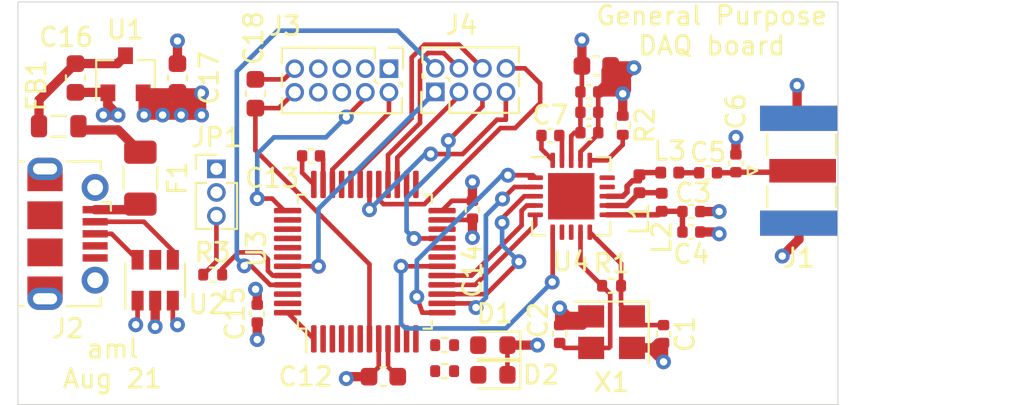
<source format=kicad_pcb>
(kicad_pcb (version 20171130) (host pcbnew "(5.1.9)-1")

  (general
    (thickness 1.6)
    (drawings 6)
    (tracks 348)
    (zones 0)
    (modules 40)
    (nets 64)
  )

  (page A4)
  (layers
    (0 F.Cu signal)
    (1 In1.Cu power)
    (2 In2.Cu power)
    (31 B.Cu signal)
    (32 B.Adhes user)
    (33 F.Adhes user)
    (34 B.Paste user)
    (35 F.Paste user)
    (36 B.SilkS user)
    (37 F.SilkS user)
    (38 B.Mask user)
    (39 F.Mask user)
    (40 Dwgs.User user)
    (41 Cmts.User user)
    (42 Eco1.User user)
    (43 Eco2.User user)
    (44 Edge.Cuts user)
    (45 Margin user)
    (46 B.CrtYd user)
    (47 F.CrtYd user)
    (48 B.Fab user)
    (49 F.Fab user hide)
  )

  (setup
    (last_trace_width 0.25)
    (user_trace_width 0.29337)
    (user_trace_width 0.5)
    (trace_clearance 0.2)
    (zone_clearance 0.508)
    (zone_45_only no)
    (trace_min 0.2)
    (via_size 0.8)
    (via_drill 0.4)
    (via_min_size 0.4)
    (via_min_drill 0.3)
    (uvia_size 0.3)
    (uvia_drill 0.1)
    (uvias_allowed no)
    (uvia_min_size 0.2)
    (uvia_min_drill 0.1)
    (edge_width 0.05)
    (segment_width 0.2)
    (pcb_text_width 0.3)
    (pcb_text_size 1.5 1.5)
    (mod_edge_width 0.12)
    (mod_text_size 1 1)
    (mod_text_width 0.15)
    (pad_size 1.524 1.524)
    (pad_drill 0.762)
    (pad_to_mask_clearance 0)
    (aux_axis_origin 0 0)
    (visible_elements 7FFFF7FF)
    (pcbplotparams
      (layerselection 0x010fc_ffffffff)
      (usegerberextensions false)
      (usegerberattributes true)
      (usegerberadvancedattributes true)
      (creategerberjobfile true)
      (excludeedgelayer true)
      (linewidth 0.100000)
      (plotframeref false)
      (viasonmask false)
      (mode 1)
      (useauxorigin false)
      (hpglpennumber 1)
      (hpglpenspeed 20)
      (hpglpendiameter 15.000000)
      (psnegative false)
      (psa4output false)
      (plotreference true)
      (plotvalue true)
      (plotinvisibletext false)
      (padsonsilk false)
      (subtractmaskfromsilk false)
      (outputformat 1)
      (mirror false)
      (drillshape 1)
      (scaleselection 1)
      (outputdirectory ""))
  )

  (net 0 "")
  (net 1 GND)
  (net 2 +3V3)
  (net 3 NRF_XC1)
  (net 4 NRF_VDD_PA)
  (net 5 NRF_XC2)
  (net 6 NRST)
  (net 7 "Net-(D1-Pad2)")
  (net 8 "Net-(D2-Pad2)")
  (net 9 +5V)
  (net 10 "Net-(F1-Pad1)")
  (net 11 USB_CONN_D+)
  (net 12 USB_CONN_D-)
  (net 13 "Net-(J3-Pad8)")
  (net 14 "Net-(J3-Pad7)")
  (net 15 "Net-(J3-Pad6)")
  (net 16 SYS_SWCLK)
  (net 17 SYS_SWDIO)
  (net 18 USART1_CK)
  (net 19 USART1_TX)
  (net 20 USART1_RX)
  (net 21 SPI2_SCK)
  (net 22 SPI2_MOSI)
  (net 23 SPI2_MISO)
  (net 24 I2C1_SCL)
  (net 25 I2C1_SDA)
  (net 26 "Net-(JP1-Pad3)")
  (net 27 NRF_ANT1)
  (net 28 NRF_ANT2)
  (net 29 "Net-(R3-Pad1)")
  (net 30 "Net-(R4-Pad2)")
  (net 31 "Net-(R5-Pad2)")
  (net 32 RF_IRQ)
  (net 33 SPI1_MISO)
  (net 34 SPI1_MOSI)
  (net 35 SPI1_SCK)
  (net 36 RF_CSN)
  (net 37 RF_CE)
  (net 38 USB_D-)
  (net 39 USB_D+)
  (net 40 "Net-(C5-Pad2)")
  (net 41 "Net-(C5-Pad1)")
  (net 42 "Net-(C7-Pad1)")
  (net 43 "Net-(C16-Pad1)")
  (net 44 "Net-(J2-Pad6)")
  (net 45 "Net-(J2-Pad4)")
  (net 46 "Net-(R2-Pad1)")
  (net 47 "Net-(U3-Pad46)")
  (net 48 "Net-(U3-Pad42)")
  (net 49 "Net-(U3-Pad41)")
  (net 50 "Net-(U3-Pad40)")
  (net 51 "Net-(U3-Pad39)")
  (net 52 "Net-(U3-Pad38)")
  (net 53 "Net-(U3-Pad26)")
  (net 54 "Net-(U3-Pad25)")
  (net 55 "Net-(U3-Pad22)")
  (net 56 "Net-(U3-Pad20)")
  (net 57 "Net-(U3-Pad19)")
  (net 58 "Net-(U3-Pad10)")
  (net 59 "Net-(U3-Pad6)")
  (net 60 "Net-(U3-Pad5)")
  (net 61 "Net-(U3-Pad4)")
  (net 62 "Net-(U3-Pad3)")
  (net 63 "Net-(U3-Pad2)")

  (net_class Default "This is the default net class."
    (clearance 0.2)
    (trace_width 0.25)
    (via_dia 0.8)
    (via_drill 0.4)
    (uvia_dia 0.3)
    (uvia_drill 0.1)
    (add_net +3V3)
    (add_net +5V)
    (add_net GND)
    (add_net I2C1_SCL)
    (add_net I2C1_SDA)
    (add_net NRF_ANT1)
    (add_net NRF_ANT2)
    (add_net NRF_VDD_PA)
    (add_net NRF_XC1)
    (add_net NRF_XC2)
    (add_net NRST)
    (add_net "Net-(C16-Pad1)")
    (add_net "Net-(C5-Pad1)")
    (add_net "Net-(C5-Pad2)")
    (add_net "Net-(C7-Pad1)")
    (add_net "Net-(D1-Pad2)")
    (add_net "Net-(D2-Pad2)")
    (add_net "Net-(F1-Pad1)")
    (add_net "Net-(J2-Pad4)")
    (add_net "Net-(J2-Pad6)")
    (add_net "Net-(J3-Pad6)")
    (add_net "Net-(J3-Pad7)")
    (add_net "Net-(J3-Pad8)")
    (add_net "Net-(JP1-Pad3)")
    (add_net "Net-(R2-Pad1)")
    (add_net "Net-(R3-Pad1)")
    (add_net "Net-(R4-Pad2)")
    (add_net "Net-(R5-Pad2)")
    (add_net "Net-(U3-Pad10)")
    (add_net "Net-(U3-Pad19)")
    (add_net "Net-(U3-Pad2)")
    (add_net "Net-(U3-Pad20)")
    (add_net "Net-(U3-Pad22)")
    (add_net "Net-(U3-Pad25)")
    (add_net "Net-(U3-Pad26)")
    (add_net "Net-(U3-Pad3)")
    (add_net "Net-(U3-Pad38)")
    (add_net "Net-(U3-Pad39)")
    (add_net "Net-(U3-Pad4)")
    (add_net "Net-(U3-Pad40)")
    (add_net "Net-(U3-Pad41)")
    (add_net "Net-(U3-Pad42)")
    (add_net "Net-(U3-Pad46)")
    (add_net "Net-(U3-Pad5)")
    (add_net "Net-(U3-Pad6)")
    (add_net RF_CE)
    (add_net RF_CSN)
    (add_net RF_IRQ)
    (add_net SPI1_MISO)
    (add_net SPI1_MOSI)
    (add_net SPI1_SCK)
    (add_net SPI2_MISO)
    (add_net SPI2_MOSI)
    (add_net SPI2_SCK)
    (add_net SYS_SWCLK)
    (add_net SYS_SWDIO)
    (add_net USART1_CK)
    (add_net USART1_RX)
    (add_net USART1_TX)
    (add_net USB_CONN_D+)
    (add_net USB_CONN_D-)
    (add_net USB_D+)
    (add_net USB_D-)
  )

  (net_class Power ""
    (clearance 0.2)
    (trace_width 0.5)
    (via_dia 1)
    (via_drill 0.4)
    (uvia_dia 0.3)
    (uvia_drill 0.1)
  )

  (module Package_DFN_QFN:QFN-20-1EP_4x4mm_P0.5mm_EP2.5x2.5mm (layer F.Cu) (tedit 5DC5F6A3) (tstamp 61157095)
    (at 163.225 90.375)
    (descr "QFN, 20 Pin (http://ww1.microchip.com/downloads/en/PackagingSpec/00000049BQ.pdf#page=274), generated with kicad-footprint-generator ipc_noLead_generator.py")
    (tags "QFN NoLead")
    (path /5EB6AAA8)
    (attr smd)
    (fp_text reference U4 (at 0 3.525) (layer F.SilkS)
      (effects (font (size 1 1) (thickness 0.15)))
    )
    (fp_text value nRF24L01P (at 0 3.3) (layer F.Fab)
      (effects (font (size 1 1) (thickness 0.15)))
    )
    (fp_line (start 2.6 -2.6) (end -2.6 -2.6) (layer F.CrtYd) (width 0.05))
    (fp_line (start 2.6 2.6) (end 2.6 -2.6) (layer F.CrtYd) (width 0.05))
    (fp_line (start -2.6 2.6) (end 2.6 2.6) (layer F.CrtYd) (width 0.05))
    (fp_line (start -2.6 -2.6) (end -2.6 2.6) (layer F.CrtYd) (width 0.05))
    (fp_line (start -2 -1) (end -1 -2) (layer F.Fab) (width 0.1))
    (fp_line (start -2 2) (end -2 -1) (layer F.Fab) (width 0.1))
    (fp_line (start 2 2) (end -2 2) (layer F.Fab) (width 0.1))
    (fp_line (start 2 -2) (end 2 2) (layer F.Fab) (width 0.1))
    (fp_line (start -1 -2) (end 2 -2) (layer F.Fab) (width 0.1))
    (fp_line (start -1.385 -2.11) (end -2.11 -2.11) (layer F.SilkS) (width 0.12))
    (fp_line (start 2.11 2.11) (end 2.11 1.385) (layer F.SilkS) (width 0.12))
    (fp_line (start 1.385 2.11) (end 2.11 2.11) (layer F.SilkS) (width 0.12))
    (fp_line (start -2.11 2.11) (end -2.11 1.385) (layer F.SilkS) (width 0.12))
    (fp_line (start -1.385 2.11) (end -2.11 2.11) (layer F.SilkS) (width 0.12))
    (fp_line (start 2.11 -2.11) (end 2.11 -1.385) (layer F.SilkS) (width 0.12))
    (fp_line (start 1.385 -2.11) (end 2.11 -2.11) (layer F.SilkS) (width 0.12))
    (fp_text user %R (at 0 0) (layer F.Fab)
      (effects (font (size 1 1) (thickness 0.15)))
    )
    (pad "" smd roundrect (at 0.625 0.625) (size 1.01 1.01) (layers F.Paste) (roundrect_rratio 0.247525))
    (pad "" smd roundrect (at 0.625 -0.625) (size 1.01 1.01) (layers F.Paste) (roundrect_rratio 0.247525))
    (pad "" smd roundrect (at -0.625 0.625) (size 1.01 1.01) (layers F.Paste) (roundrect_rratio 0.247525))
    (pad "" smd roundrect (at -0.625 -0.625) (size 1.01 1.01) (layers F.Paste) (roundrect_rratio 0.247525))
    (pad 21 smd rect (at 0 0) (size 2.5 2.5) (layers F.Cu F.Mask))
    (pad 20 smd roundrect (at -1 -1.9375) (size 0.25 0.825) (layers F.Cu F.Paste F.Mask) (roundrect_rratio 0.25)
      (net 1 GND))
    (pad 19 smd roundrect (at -0.5 -1.9375) (size 0.25 0.825) (layers F.Cu F.Paste F.Mask) (roundrect_rratio 0.25)
      (net 42 "Net-(C7-Pad1)"))
    (pad 18 smd roundrect (at 0 -1.9375) (size 0.25 0.825) (layers F.Cu F.Paste F.Mask) (roundrect_rratio 0.25)
      (net 2 +3V3))
    (pad 17 smd roundrect (at 0.5 -1.9375) (size 0.25 0.825) (layers F.Cu F.Paste F.Mask) (roundrect_rratio 0.25)
      (net 1 GND))
    (pad 16 smd roundrect (at 1 -1.9375) (size 0.25 0.825) (layers F.Cu F.Paste F.Mask) (roundrect_rratio 0.25)
      (net 46 "Net-(R2-Pad1)"))
    (pad 15 smd roundrect (at 1.9375 -1) (size 0.825 0.25) (layers F.Cu F.Paste F.Mask) (roundrect_rratio 0.25)
      (net 2 +3V3))
    (pad 14 smd roundrect (at 1.9375 -0.5) (size 0.825 0.25) (layers F.Cu F.Paste F.Mask) (roundrect_rratio 0.25)
      (net 1 GND))
    (pad 13 smd roundrect (at 1.9375 0) (size 0.825 0.25) (layers F.Cu F.Paste F.Mask) (roundrect_rratio 0.25)
      (net 28 NRF_ANT2))
    (pad 12 smd roundrect (at 1.9375 0.5) (size 0.825 0.25) (layers F.Cu F.Paste F.Mask) (roundrect_rratio 0.25)
      (net 27 NRF_ANT1))
    (pad 11 smd roundrect (at 1.9375 1) (size 0.825 0.25) (layers F.Cu F.Paste F.Mask) (roundrect_rratio 0.25)
      (net 4 NRF_VDD_PA))
    (pad 10 smd roundrect (at 1 1.9375) (size 0.25 0.825) (layers F.Cu F.Paste F.Mask) (roundrect_rratio 0.25)
      (net 3 NRF_XC1))
    (pad 9 smd roundrect (at 0.5 1.9375) (size 0.25 0.825) (layers F.Cu F.Paste F.Mask) (roundrect_rratio 0.25)
      (net 5 NRF_XC2))
    (pad 8 smd roundrect (at 0 1.9375) (size 0.25 0.825) (layers F.Cu F.Paste F.Mask) (roundrect_rratio 0.25)
      (net 1 GND))
    (pad 7 smd roundrect (at -0.5 1.9375) (size 0.25 0.825) (layers F.Cu F.Paste F.Mask) (roundrect_rratio 0.25)
      (net 2 +3V3))
    (pad 6 smd roundrect (at -1 1.9375) (size 0.25 0.825) (layers F.Cu F.Paste F.Mask) (roundrect_rratio 0.25)
      (net 32 RF_IRQ))
    (pad 5 smd roundrect (at -1.9375 1) (size 0.825 0.25) (layers F.Cu F.Paste F.Mask) (roundrect_rratio 0.25)
      (net 33 SPI1_MISO))
    (pad 4 smd roundrect (at -1.9375 0.5) (size 0.825 0.25) (layers F.Cu F.Paste F.Mask) (roundrect_rratio 0.25)
      (net 34 SPI1_MOSI))
    (pad 3 smd roundrect (at -1.9375 0) (size 0.825 0.25) (layers F.Cu F.Paste F.Mask) (roundrect_rratio 0.25)
      (net 35 SPI1_SCK))
    (pad 2 smd roundrect (at -1.9375 -0.5) (size 0.825 0.25) (layers F.Cu F.Paste F.Mask) (roundrect_rratio 0.25)
      (net 36 RF_CSN))
    (pad 1 smd roundrect (at -1.9375 -1) (size 0.825 0.25) (layers F.Cu F.Paste F.Mask) (roundrect_rratio 0.25)
      (net 37 RF_CE))
    (model ${KISYS3DMOD}/Package_DFN_QFN.3dshapes/QFN-20-1EP_4x4mm_P0.5mm_EP2.5x2.5mm.wrl
      (at (xyz 0 0 0))
      (scale (xyz 1 1 1))
      (rotate (xyz 0 0 0))
    )
  )

  (module Package_QFP:LQFP-48_7x7mm_P0.5mm (layer F.Cu) (tedit 5D9F72AF) (tstamp 61157067)
    (at 152.1 93.9 90)
    (descr "LQFP, 48 Pin (https://www.analog.com/media/en/technical-documentation/data-sheets/ltc2358-16.pdf), generated with kicad-footprint-generator ipc_gullwing_generator.py")
    (tags "LQFP QFP")
    (path /610CA3CB)
    (attr smd)
    (fp_text reference U3 (at 0.7 -5.85 90) (layer F.SilkS)
      (effects (font (size 1 1) (thickness 0.15)))
    )
    (fp_text value STM32L083CBTx (at 0 5.85 90) (layer F.Fab)
      (effects (font (size 1 1) (thickness 0.15)))
    )
    (fp_line (start 5.15 3.15) (end 5.15 0) (layer F.CrtYd) (width 0.05))
    (fp_line (start 3.75 3.15) (end 5.15 3.15) (layer F.CrtYd) (width 0.05))
    (fp_line (start 3.75 3.75) (end 3.75 3.15) (layer F.CrtYd) (width 0.05))
    (fp_line (start 3.15 3.75) (end 3.75 3.75) (layer F.CrtYd) (width 0.05))
    (fp_line (start 3.15 5.15) (end 3.15 3.75) (layer F.CrtYd) (width 0.05))
    (fp_line (start 0 5.15) (end 3.15 5.15) (layer F.CrtYd) (width 0.05))
    (fp_line (start -5.15 3.15) (end -5.15 0) (layer F.CrtYd) (width 0.05))
    (fp_line (start -3.75 3.15) (end -5.15 3.15) (layer F.CrtYd) (width 0.05))
    (fp_line (start -3.75 3.75) (end -3.75 3.15) (layer F.CrtYd) (width 0.05))
    (fp_line (start -3.15 3.75) (end -3.75 3.75) (layer F.CrtYd) (width 0.05))
    (fp_line (start -3.15 5.15) (end -3.15 3.75) (layer F.CrtYd) (width 0.05))
    (fp_line (start 0 5.15) (end -3.15 5.15) (layer F.CrtYd) (width 0.05))
    (fp_line (start 5.15 -3.15) (end 5.15 0) (layer F.CrtYd) (width 0.05))
    (fp_line (start 3.75 -3.15) (end 5.15 -3.15) (layer F.CrtYd) (width 0.05))
    (fp_line (start 3.75 -3.75) (end 3.75 -3.15) (layer F.CrtYd) (width 0.05))
    (fp_line (start 3.15 -3.75) (end 3.75 -3.75) (layer F.CrtYd) (width 0.05))
    (fp_line (start 3.15 -5.15) (end 3.15 -3.75) (layer F.CrtYd) (width 0.05))
    (fp_line (start 0 -5.15) (end 3.15 -5.15) (layer F.CrtYd) (width 0.05))
    (fp_line (start -5.15 -3.15) (end -5.15 0) (layer F.CrtYd) (width 0.05))
    (fp_line (start -3.75 -3.15) (end -5.15 -3.15) (layer F.CrtYd) (width 0.05))
    (fp_line (start -3.75 -3.75) (end -3.75 -3.15) (layer F.CrtYd) (width 0.05))
    (fp_line (start -3.15 -3.75) (end -3.75 -3.75) (layer F.CrtYd) (width 0.05))
    (fp_line (start -3.15 -5.15) (end -3.15 -3.75) (layer F.CrtYd) (width 0.05))
    (fp_line (start 0 -5.15) (end -3.15 -5.15) (layer F.CrtYd) (width 0.05))
    (fp_line (start -3.5 -2.5) (end -2.5 -3.5) (layer F.Fab) (width 0.1))
    (fp_line (start -3.5 3.5) (end -3.5 -2.5) (layer F.Fab) (width 0.1))
    (fp_line (start 3.5 3.5) (end -3.5 3.5) (layer F.Fab) (width 0.1))
    (fp_line (start 3.5 -3.5) (end 3.5 3.5) (layer F.Fab) (width 0.1))
    (fp_line (start -2.5 -3.5) (end 3.5 -3.5) (layer F.Fab) (width 0.1))
    (fp_line (start -3.61 -3.16) (end -4.9 -3.16) (layer F.SilkS) (width 0.12))
    (fp_line (start -3.61 -3.61) (end -3.61 -3.16) (layer F.SilkS) (width 0.12))
    (fp_line (start -3.16 -3.61) (end -3.61 -3.61) (layer F.SilkS) (width 0.12))
    (fp_line (start 3.61 -3.61) (end 3.61 -3.16) (layer F.SilkS) (width 0.12))
    (fp_line (start 3.16 -3.61) (end 3.61 -3.61) (layer F.SilkS) (width 0.12))
    (fp_line (start -3.61 3.61) (end -3.61 3.16) (layer F.SilkS) (width 0.12))
    (fp_line (start -3.16 3.61) (end -3.61 3.61) (layer F.SilkS) (width 0.12))
    (fp_line (start 3.61 3.61) (end 3.61 3.16) (layer F.SilkS) (width 0.12))
    (fp_line (start 3.16 3.61) (end 3.61 3.61) (layer F.SilkS) (width 0.12))
    (fp_text user %R (at 0 0 90) (layer F.Fab)
      (effects (font (size 1 1) (thickness 0.15)))
    )
    (pad 48 smd roundrect (at -2.75 -4.1625 90) (size 0.3 1.475) (layers F.Cu F.Paste F.Mask) (roundrect_rratio 0.25)
      (net 2 +3V3))
    (pad 47 smd roundrect (at -2.25 -4.1625 90) (size 0.3 1.475) (layers F.Cu F.Paste F.Mask) (roundrect_rratio 0.25)
      (net 1 GND))
    (pad 46 smd roundrect (at -1.75 -4.1625 90) (size 0.3 1.475) (layers F.Cu F.Paste F.Mask) (roundrect_rratio 0.25)
      (net 47 "Net-(U3-Pad46)"))
    (pad 45 smd roundrect (at -1.25 -4.1625 90) (size 0.3 1.475) (layers F.Cu F.Paste F.Mask) (roundrect_rratio 0.25)
      (net 24 I2C1_SCL))
    (pad 44 smd roundrect (at -0.75 -4.1625 90) (size 0.3 1.475) (layers F.Cu F.Paste F.Mask) (roundrect_rratio 0.25)
      (net 29 "Net-(R3-Pad1)"))
    (pad 43 smd roundrect (at -0.25 -4.1625 90) (size 0.3 1.475) (layers F.Cu F.Paste F.Mask) (roundrect_rratio 0.25)
      (net 25 I2C1_SDA))
    (pad 42 smd roundrect (at 0.25 -4.1625 90) (size 0.3 1.475) (layers F.Cu F.Paste F.Mask) (roundrect_rratio 0.25)
      (net 48 "Net-(U3-Pad42)"))
    (pad 41 smd roundrect (at 0.75 -4.1625 90) (size 0.3 1.475) (layers F.Cu F.Paste F.Mask) (roundrect_rratio 0.25)
      (net 49 "Net-(U3-Pad41)"))
    (pad 40 smd roundrect (at 1.25 -4.1625 90) (size 0.3 1.475) (layers F.Cu F.Paste F.Mask) (roundrect_rratio 0.25)
      (net 50 "Net-(U3-Pad40)"))
    (pad 39 smd roundrect (at 1.75 -4.1625 90) (size 0.3 1.475) (layers F.Cu F.Paste F.Mask) (roundrect_rratio 0.25)
      (net 51 "Net-(U3-Pad39)"))
    (pad 38 smd roundrect (at 2.25 -4.1625 90) (size 0.3 1.475) (layers F.Cu F.Paste F.Mask) (roundrect_rratio 0.25)
      (net 52 "Net-(U3-Pad38)"))
    (pad 37 smd roundrect (at 2.75 -4.1625 90) (size 0.3 1.475) (layers F.Cu F.Paste F.Mask) (roundrect_rratio 0.25)
      (net 16 SYS_SWCLK))
    (pad 36 smd roundrect (at 4.1625 -2.75 90) (size 1.475 0.3) (layers F.Cu F.Paste F.Mask) (roundrect_rratio 0.25)
      (net 2 +3V3))
    (pad 35 smd roundrect (at 4.1625 -2.25 90) (size 1.475 0.3) (layers F.Cu F.Paste F.Mask) (roundrect_rratio 0.25)
      (net 1 GND))
    (pad 34 smd roundrect (at 4.1625 -1.75 90) (size 1.475 0.3) (layers F.Cu F.Paste F.Mask) (roundrect_rratio 0.25)
      (net 17 SYS_SWDIO))
    (pad 33 smd roundrect (at 4.1625 -1.25 90) (size 1.475 0.3) (layers F.Cu F.Paste F.Mask) (roundrect_rratio 0.25)
      (net 39 USB_D+))
    (pad 32 smd roundrect (at 4.1625 -0.75 90) (size 1.475 0.3) (layers F.Cu F.Paste F.Mask) (roundrect_rratio 0.25)
      (net 38 USB_D-))
    (pad 31 smd roundrect (at 4.1625 -0.25 90) (size 1.475 0.3) (layers F.Cu F.Paste F.Mask) (roundrect_rratio 0.25)
      (net 20 USART1_RX))
    (pad 30 smd roundrect (at 4.1625 0.25 90) (size 1.475 0.3) (layers F.Cu F.Paste F.Mask) (roundrect_rratio 0.25)
      (net 19 USART1_TX))
    (pad 29 smd roundrect (at 4.1625 0.75 90) (size 1.475 0.3) (layers F.Cu F.Paste F.Mask) (roundrect_rratio 0.25)
      (net 18 USART1_CK))
    (pad 28 smd roundrect (at 4.1625 1.25 90) (size 1.475 0.3) (layers F.Cu F.Paste F.Mask) (roundrect_rratio 0.25)
      (net 22 SPI2_MOSI))
    (pad 27 smd roundrect (at 4.1625 1.75 90) (size 1.475 0.3) (layers F.Cu F.Paste F.Mask) (roundrect_rratio 0.25)
      (net 23 SPI2_MISO))
    (pad 26 smd roundrect (at 4.1625 2.25 90) (size 1.475 0.3) (layers F.Cu F.Paste F.Mask) (roundrect_rratio 0.25)
      (net 53 "Net-(U3-Pad26)"))
    (pad 25 smd roundrect (at 4.1625 2.75 90) (size 1.475 0.3) (layers F.Cu F.Paste F.Mask) (roundrect_rratio 0.25)
      (net 54 "Net-(U3-Pad25)"))
    (pad 24 smd roundrect (at 2.75 4.1625 90) (size 0.3 1.475) (layers F.Cu F.Paste F.Mask) (roundrect_rratio 0.25)
      (net 2 +3V3))
    (pad 23 smd roundrect (at 2.25 4.1625 90) (size 0.3 1.475) (layers F.Cu F.Paste F.Mask) (roundrect_rratio 0.25)
      (net 1 GND))
    (pad 22 smd roundrect (at 1.75 4.1625 90) (size 0.3 1.475) (layers F.Cu F.Paste F.Mask) (roundrect_rratio 0.25)
      (net 55 "Net-(U3-Pad22)"))
    (pad 21 smd roundrect (at 1.25 4.1625 90) (size 0.3 1.475) (layers F.Cu F.Paste F.Mask) (roundrect_rratio 0.25)
      (net 21 SPI2_SCK))
    (pad 20 smd roundrect (at 0.75 4.1625 90) (size 0.3 1.475) (layers F.Cu F.Paste F.Mask) (roundrect_rratio 0.25)
      (net 56 "Net-(U3-Pad20)"))
    (pad 19 smd roundrect (at 0.25 4.1625 90) (size 0.3 1.475) (layers F.Cu F.Paste F.Mask) (roundrect_rratio 0.25)
      (net 57 "Net-(U3-Pad19)"))
    (pad 18 smd roundrect (at -0.25 4.1625 90) (size 0.3 1.475) (layers F.Cu F.Paste F.Mask) (roundrect_rratio 0.25)
      (net 32 RF_IRQ))
    (pad 17 smd roundrect (at -0.75 4.1625 90) (size 0.3 1.475) (layers F.Cu F.Paste F.Mask) (roundrect_rratio 0.25)
      (net 34 SPI1_MOSI))
    (pad 16 smd roundrect (at -1.25 4.1625 90) (size 0.3 1.475) (layers F.Cu F.Paste F.Mask) (roundrect_rratio 0.25)
      (net 33 SPI1_MISO))
    (pad 15 smd roundrect (at -1.75 4.1625 90) (size 0.3 1.475) (layers F.Cu F.Paste F.Mask) (roundrect_rratio 0.25)
      (net 35 SPI1_SCK))
    (pad 14 smd roundrect (at -2.25 4.1625 90) (size 0.3 1.475) (layers F.Cu F.Paste F.Mask) (roundrect_rratio 0.25)
      (net 36 RF_CSN))
    (pad 13 smd roundrect (at -2.75 4.1625 90) (size 0.3 1.475) (layers F.Cu F.Paste F.Mask) (roundrect_rratio 0.25)
      (net 37 RF_CE))
    (pad 12 smd roundrect (at -4.1625 2.75 90) (size 1.475 0.3) (layers F.Cu F.Paste F.Mask) (roundrect_rratio 0.25)
      (net 30 "Net-(R4-Pad2)"))
    (pad 11 smd roundrect (at -4.1625 2.25 90) (size 1.475 0.3) (layers F.Cu F.Paste F.Mask) (roundrect_rratio 0.25)
      (net 31 "Net-(R5-Pad2)"))
    (pad 10 smd roundrect (at -4.1625 1.75 90) (size 1.475 0.3) (layers F.Cu F.Paste F.Mask) (roundrect_rratio 0.25)
      (net 58 "Net-(U3-Pad10)"))
    (pad 9 smd roundrect (at -4.1625 1.25 90) (size 1.475 0.3) (layers F.Cu F.Paste F.Mask) (roundrect_rratio 0.25)
      (net 2 +3V3))
    (pad 8 smd roundrect (at -4.1625 0.75 90) (size 1.475 0.3) (layers F.Cu F.Paste F.Mask) (roundrect_rratio 0.25)
      (net 1 GND))
    (pad 7 smd roundrect (at -4.1625 0.25 90) (size 1.475 0.3) (layers F.Cu F.Paste F.Mask) (roundrect_rratio 0.25)
      (net 6 NRST))
    (pad 6 smd roundrect (at -4.1625 -0.25 90) (size 1.475 0.3) (layers F.Cu F.Paste F.Mask) (roundrect_rratio 0.25)
      (net 59 "Net-(U3-Pad6)"))
    (pad 5 smd roundrect (at -4.1625 -0.75 90) (size 1.475 0.3) (layers F.Cu F.Paste F.Mask) (roundrect_rratio 0.25)
      (net 60 "Net-(U3-Pad5)"))
    (pad 4 smd roundrect (at -4.1625 -1.25 90) (size 1.475 0.3) (layers F.Cu F.Paste F.Mask) (roundrect_rratio 0.25)
      (net 61 "Net-(U3-Pad4)"))
    (pad 3 smd roundrect (at -4.1625 -1.75 90) (size 1.475 0.3) (layers F.Cu F.Paste F.Mask) (roundrect_rratio 0.25)
      (net 62 "Net-(U3-Pad3)"))
    (pad 2 smd roundrect (at -4.1625 -2.25 90) (size 1.475 0.3) (layers F.Cu F.Paste F.Mask) (roundrect_rratio 0.25)
      (net 63 "Net-(U3-Pad2)"))
    (pad 1 smd roundrect (at -4.1625 -2.75 90) (size 1.475 0.3) (layers F.Cu F.Paste F.Mask) (roundrect_rratio 0.25)
      (net 2 +3V3))
    (model ${KISYS3DMOD}/Package_QFP.3dshapes/LQFP-48_7x7mm_P0.5mm.wrl
      (at (xyz 0 0 0))
      (scale (xyz 1 1 1))
      (rotate (xyz 0 0 0))
    )
  )

  (module Resistor_SMD:R_0402_1005Metric (layer F.Cu) (tedit 5F68FEEE) (tstamp 61156FD0)
    (at 156.4 98.4 180)
    (descr "Resistor SMD 0402 (1005 Metric), square (rectangular) end terminal, IPC_7351 nominal, (Body size source: IPC-SM-782 page 72, https://www.pcb-3d.com/wordpress/wp-content/uploads/ipc-sm-782a_amendment_1_and_2.pdf), generated with kicad-footprint-generator")
    (tags resistor)
    (path /610E269F)
    (attr smd)
    (fp_text reference R4 (at 0 -1.17) (layer F.SilkS) hide
      (effects (font (size 1 1) (thickness 0.15)))
    )
    (fp_text value 2k2 (at 0 1.17) (layer F.Fab)
      (effects (font (size 1 1) (thickness 0.15)))
    )
    (fp_line (start 0.93 0.47) (end -0.93 0.47) (layer F.CrtYd) (width 0.05))
    (fp_line (start 0.93 -0.47) (end 0.93 0.47) (layer F.CrtYd) (width 0.05))
    (fp_line (start -0.93 -0.47) (end 0.93 -0.47) (layer F.CrtYd) (width 0.05))
    (fp_line (start -0.93 0.47) (end -0.93 -0.47) (layer F.CrtYd) (width 0.05))
    (fp_line (start -0.153641 0.38) (end 0.153641 0.38) (layer F.SilkS) (width 0.12))
    (fp_line (start -0.153641 -0.38) (end 0.153641 -0.38) (layer F.SilkS) (width 0.12))
    (fp_line (start 0.525 0.27) (end -0.525 0.27) (layer F.Fab) (width 0.1))
    (fp_line (start 0.525 -0.27) (end 0.525 0.27) (layer F.Fab) (width 0.1))
    (fp_line (start -0.525 -0.27) (end 0.525 -0.27) (layer F.Fab) (width 0.1))
    (fp_line (start -0.525 0.27) (end -0.525 -0.27) (layer F.Fab) (width 0.1))
    (fp_text user %R (at 0 0) (layer F.Fab)
      (effects (font (size 0.26 0.26) (thickness 0.04)))
    )
    (pad 2 smd roundrect (at 0.51 0 180) (size 0.54 0.64) (layers F.Cu F.Paste F.Mask) (roundrect_rratio 0.25)
      (net 30 "Net-(R4-Pad2)"))
    (pad 1 smd roundrect (at -0.51 0 180) (size 0.54 0.64) (layers F.Cu F.Paste F.Mask) (roundrect_rratio 0.25)
      (net 7 "Net-(D1-Pad2)"))
    (model ${KISYS3DMOD}/Resistor_SMD.3dshapes/R_0402_1005Metric.wrl
      (at (xyz 0 0 0))
      (scale (xyz 1 1 1))
      (rotate (xyz 0 0 0))
    )
  )

  (module Connector_Coaxial:SMA_Samtec_SMA-J-P-X-ST-EM1_EdgeMount (layer F.Cu) (tedit 5DAA3454) (tstamp 61156ED5)
    (at 175.5 89 90)
    (descr "Connector SMA, 0Hz to 20GHz, 50Ohm, Edge Mount (http://suddendocs.samtec.com/prints/sma-j-p-x-st-em1-mkt.pdf)")
    (tags "SMA Straight Samtec Edge Mount")
    (path /5ED569CC)
    (attr smd)
    (fp_text reference J1 (at -4.7 0 180) (layer F.SilkS)
      (effects (font (size 1 1) (thickness 0.15)))
    )
    (fp_text value SMA (at 0 13 90) (layer F.Fab)
      (effects (font (size 1 1) (thickness 0.15)))
    )
    (fp_line (start 0.84 -1.71) (end 1.95 -1.71) (layer F.SilkS) (width 0.12))
    (fp_line (start -1.95 -1.71) (end -0.84 -1.71) (layer F.SilkS) (width 0.12))
    (fp_line (start 0.84 2) (end 1.95 2) (layer F.SilkS) (width 0.12))
    (fp_line (start -1.95 2) (end -0.84 2) (layer F.SilkS) (width 0.12))
    (fp_line (start 3.68 2.6) (end 3.68 12.12) (layer B.CrtYd) (width 0.05))
    (fp_line (start 4 2.6) (end 3.68 2.6) (layer B.CrtYd) (width 0.05))
    (fp_line (start -3.68 12.12) (end -3.68 2.6) (layer B.CrtYd) (width 0.05))
    (fp_line (start -3.68 2.6) (end -4 2.6) (layer B.CrtYd) (width 0.05))
    (fp_line (start 3.68 2.6) (end 3.68 12.12) (layer F.CrtYd) (width 0.05))
    (fp_line (start 3.68 2.6) (end 4 2.6) (layer F.CrtYd) (width 0.05))
    (fp_line (start -3.68 12.12) (end -3.68 2.6) (layer F.CrtYd) (width 0.05))
    (fp_line (start -3.68 2.6) (end -4 2.6) (layer F.CrtYd) (width 0.05))
    (fp_line (start 4.1 2.1) (end -4.1 2.1) (layer Dwgs.User) (width 0.1))
    (fp_line (start -3.175 -1.71) (end -3.175 11.62) (layer F.Fab) (width 0.1))
    (fp_line (start -2.365 -1.71) (end -3.175 -1.71) (layer F.Fab) (width 0.1))
    (fp_line (start -2.365 2.1) (end -2.365 -1.71) (layer F.Fab) (width 0.1))
    (fp_line (start 2.365 2.1) (end -2.365 2.1) (layer F.Fab) (width 0.1))
    (fp_line (start 2.365 -1.71) (end 2.365 2.1) (layer F.Fab) (width 0.1))
    (fp_line (start 3.175 -1.71) (end 2.365 -1.71) (layer F.Fab) (width 0.1))
    (fp_line (start 3.175 -1.71) (end 3.175 11.62) (layer F.Fab) (width 0.1))
    (fp_line (start 3.165 11.62) (end -3.165 11.62) (layer F.Fab) (width 0.1))
    (fp_line (start -4 -2.6) (end 4 -2.6) (layer B.CrtYd) (width 0.05))
    (fp_line (start -4 2.6) (end -4 -2.6) (layer B.CrtYd) (width 0.05))
    (fp_line (start 3.68 12.12) (end -3.68 12.12) (layer B.CrtYd) (width 0.05))
    (fp_line (start 4 2.6) (end 4 -2.6) (layer B.CrtYd) (width 0.05))
    (fp_line (start -4 -2.6) (end 4 -2.6) (layer F.CrtYd) (width 0.05))
    (fp_line (start -4 2.6) (end -4 -2.6) (layer F.CrtYd) (width 0.05))
    (fp_line (start 3.68 12.12) (end -3.68 12.12) (layer F.CrtYd) (width 0.05))
    (fp_line (start 4 2.6) (end 4 -2.6) (layer F.CrtYd) (width 0.05))
    (fp_line (start 0.64 2.1) (end 0 3.1) (layer F.Fab) (width 0.1))
    (fp_line (start 0 3.1) (end -0.64 2.1) (layer F.Fab) (width 0.1))
    (fp_line (start 0 -2.26) (end 0.25 -2.76) (layer F.SilkS) (width 0.12))
    (fp_line (start 0.25 -2.76) (end -0.25 -2.76) (layer F.SilkS) (width 0.12))
    (fp_line (start -0.25 -2.76) (end 0 -2.26) (layer F.SilkS) (width 0.12))
    (fp_text user "PCB Edge" (at 0 2.6 90) (layer Dwgs.User)
      (effects (font (size 0.5 0.5) (thickness 0.1)))
    )
    (fp_text user %R (at 0 4.79 270) (layer F.Fab)
      (effects (font (size 1 1) (thickness 0.15)))
    )
    (pad 1 smd rect (at 0 0.2 90) (size 1.27 3.6) (layers F.Cu F.Paste F.Mask)
      (net 41 "Net-(C5-Pad1)"))
    (pad 2 smd rect (at 2.825 0 90) (size 1.35 4.2) (layers F.Cu F.Paste F.Mask)
      (net 1 GND))
    (pad 2 smd rect (at -2.825 0 90) (size 1.35 4.2) (layers F.Cu F.Paste F.Mask)
      (net 1 GND))
    (pad 2 smd rect (at 2.825 0 90) (size 1.35 4.2) (layers B.Cu B.Paste B.Mask)
      (net 1 GND))
    (pad 2 smd rect (at -2.825 0 90) (size 1.35 4.2) (layers B.Cu B.Paste B.Mask)
      (net 1 GND))
    (model ${KISYS3DMOD}/Connector_Coaxial.3dshapes/SMA_Samtec_SMA-J-P-X-ST-EM1_EdgeMount.wrl
      (at (xyz 0 0 0))
      (scale (xyz 1 1 1))
      (rotate (xyz 0 0 0))
    )
  )

  (module Crystal:Crystal_SMD_3225-4Pin_3.2x2.5mm (layer F.Cu) (tedit 5A0FD1B2) (tstamp 611570A9)
    (at 165.4 97.7 180)
    (descr "SMD Crystal SERIES SMD3225/4 http://www.txccrystal.com/images/pdf/7m-accuracy.pdf, 3.2x2.5mm^2 package")
    (tags "SMD SMT crystal")
    (path /5EC6CADA)
    (attr smd)
    (fp_text reference X1 (at 0 -2.7) (layer F.SilkS)
      (effects (font (size 1 1) (thickness 0.15)))
    )
    (fp_text value 16MHz (at 0 2.45) (layer F.Fab)
      (effects (font (size 1 1) (thickness 0.15)))
    )
    (fp_line (start 2.1 -1.7) (end -2.1 -1.7) (layer F.CrtYd) (width 0.05))
    (fp_line (start 2.1 1.7) (end 2.1 -1.7) (layer F.CrtYd) (width 0.05))
    (fp_line (start -2.1 1.7) (end 2.1 1.7) (layer F.CrtYd) (width 0.05))
    (fp_line (start -2.1 -1.7) (end -2.1 1.7) (layer F.CrtYd) (width 0.05))
    (fp_line (start -2 1.65) (end 2 1.65) (layer F.SilkS) (width 0.12))
    (fp_line (start -2 -1.65) (end -2 1.65) (layer F.SilkS) (width 0.12))
    (fp_line (start -1.6 0.25) (end -0.6 1.25) (layer F.Fab) (width 0.1))
    (fp_line (start 1.6 -1.25) (end -1.6 -1.25) (layer F.Fab) (width 0.1))
    (fp_line (start 1.6 1.25) (end 1.6 -1.25) (layer F.Fab) (width 0.1))
    (fp_line (start -1.6 1.25) (end 1.6 1.25) (layer F.Fab) (width 0.1))
    (fp_line (start -1.6 -1.25) (end -1.6 1.25) (layer F.Fab) (width 0.1))
    (fp_text user %R (at 0 0) (layer F.Fab)
      (effects (font (size 0.7 0.7) (thickness 0.105)))
    )
    (pad 4 smd rect (at -1.1 -0.85 180) (size 1.4 1.2) (layers F.Cu F.Paste F.Mask)
      (net 1 GND))
    (pad 3 smd rect (at 1.1 -0.85 180) (size 1.4 1.2) (layers F.Cu F.Paste F.Mask)
      (net 5 NRF_XC2))
    (pad 2 smd rect (at 1.1 0.85 180) (size 1.4 1.2) (layers F.Cu F.Paste F.Mask)
      (net 1 GND))
    (pad 1 smd rect (at -1.1 0.85 180) (size 1.4 1.2) (layers F.Cu F.Paste F.Mask)
      (net 3 NRF_XC1))
    (model ${KISYS3DMOD}/Crystal.3dshapes/Crystal_SMD_3225-4Pin_3.2x2.5mm.wrl
      (at (xyz 0 0 0))
      (scale (xyz 1 1 1))
      (rotate (xyz 0 0 0))
    )
  )

  (module Package_TO_SOT_SMD:SOT-23-6 (layer F.Cu) (tedit 5A02FF57) (tstamp 6115700C)
    (at 140.8 94.9 90)
    (descr "6-pin SOT-23 package")
    (tags SOT-23-6)
    (path /6114EA01)
    (attr smd)
    (fp_text reference U2 (at -1.3 2.8) (layer F.SilkS)
      (effects (font (size 1 1) (thickness 0.15)))
    )
    (fp_text value USBLC6-2SC6 (at 0 2.9 90) (layer F.Fab)
      (effects (font (size 1 1) (thickness 0.15)))
    )
    (fp_line (start 0.9 -1.55) (end 0.9 1.55) (layer F.Fab) (width 0.1))
    (fp_line (start 0.9 1.55) (end -0.9 1.55) (layer F.Fab) (width 0.1))
    (fp_line (start -0.9 -0.9) (end -0.9 1.55) (layer F.Fab) (width 0.1))
    (fp_line (start 0.9 -1.55) (end -0.25 -1.55) (layer F.Fab) (width 0.1))
    (fp_line (start -0.9 -0.9) (end -0.25 -1.55) (layer F.Fab) (width 0.1))
    (fp_line (start -1.9 -1.8) (end -1.9 1.8) (layer F.CrtYd) (width 0.05))
    (fp_line (start -1.9 1.8) (end 1.9 1.8) (layer F.CrtYd) (width 0.05))
    (fp_line (start 1.9 1.8) (end 1.9 -1.8) (layer F.CrtYd) (width 0.05))
    (fp_line (start 1.9 -1.8) (end -1.9 -1.8) (layer F.CrtYd) (width 0.05))
    (fp_line (start 0.9 -1.61) (end -1.55 -1.61) (layer F.SilkS) (width 0.12))
    (fp_line (start -0.9 1.61) (end 0.9 1.61) (layer F.SilkS) (width 0.12))
    (fp_text user %R (at 0 0) (layer F.Fab)
      (effects (font (size 0.5 0.5) (thickness 0.075)))
    )
    (pad 5 smd rect (at 1.1 0 90) (size 1.06 0.65) (layers F.Cu F.Paste F.Mask)
      (net 9 +5V))
    (pad 6 smd rect (at 1.1 -0.95 90) (size 1.06 0.65) (layers F.Cu F.Paste F.Mask)
      (net 11 USB_CONN_D+))
    (pad 4 smd rect (at 1.1 0.95 90) (size 1.06 0.65) (layers F.Cu F.Paste F.Mask)
      (net 12 USB_CONN_D-))
    (pad 3 smd rect (at -1.1 0.95 90) (size 1.06 0.65) (layers F.Cu F.Paste F.Mask)
      (net 38 USB_D-))
    (pad 2 smd rect (at -1.1 0 90) (size 1.06 0.65) (layers F.Cu F.Paste F.Mask)
      (net 1 GND))
    (pad 1 smd rect (at -1.1 -0.95 90) (size 1.06 0.65) (layers F.Cu F.Paste F.Mask)
      (net 39 USB_D+))
    (model ${KISYS3DMOD}/Package_TO_SOT_SMD.3dshapes/SOT-23-6.wrl
      (at (xyz 0 0 0))
      (scale (xyz 1 1 1))
      (rotate (xyz 0 0 0))
    )
  )

  (module Package_TO_SOT_SMD:SOT-23 (layer F.Cu) (tedit 5A02FF57) (tstamp 61156FF6)
    (at 139.2 83.8 90)
    (descr "SOT-23, Standard")
    (tags SOT-23)
    (path /610C0A78)
    (attr smd)
    (fp_text reference U1 (at 2.4 0 180) (layer F.SilkS)
      (effects (font (size 1 1) (thickness 0.15)))
    )
    (fp_text value XC6206P332MR (at 0 2.5 90) (layer F.Fab)
      (effects (font (size 1 1) (thickness 0.15)))
    )
    (fp_line (start -0.7 -0.95) (end -0.7 1.5) (layer F.Fab) (width 0.1))
    (fp_line (start -0.15 -1.52) (end 0.7 -1.52) (layer F.Fab) (width 0.1))
    (fp_line (start -0.7 -0.95) (end -0.15 -1.52) (layer F.Fab) (width 0.1))
    (fp_line (start 0.7 -1.52) (end 0.7 1.52) (layer F.Fab) (width 0.1))
    (fp_line (start -0.7 1.52) (end 0.7 1.52) (layer F.Fab) (width 0.1))
    (fp_line (start 0.76 1.58) (end 0.76 0.65) (layer F.SilkS) (width 0.12))
    (fp_line (start 0.76 -1.58) (end 0.76 -0.65) (layer F.SilkS) (width 0.12))
    (fp_line (start -1.7 -1.75) (end 1.7 -1.75) (layer F.CrtYd) (width 0.05))
    (fp_line (start 1.7 -1.75) (end 1.7 1.75) (layer F.CrtYd) (width 0.05))
    (fp_line (start 1.7 1.75) (end -1.7 1.75) (layer F.CrtYd) (width 0.05))
    (fp_line (start -1.7 1.75) (end -1.7 -1.75) (layer F.CrtYd) (width 0.05))
    (fp_line (start 0.76 -1.58) (end -1.4 -1.58) (layer F.SilkS) (width 0.12))
    (fp_line (start 0.76 1.58) (end -0.7 1.58) (layer F.SilkS) (width 0.12))
    (fp_text user %R (at 0 0) (layer F.Fab)
      (effects (font (size 0.5 0.5) (thickness 0.075)))
    )
    (pad 1 smd rect (at -1 -0.95 90) (size 0.9 0.8) (layers F.Cu F.Paste F.Mask)
      (net 1 GND))
    (pad 2 smd rect (at -1 0.95 90) (size 0.9 0.8) (layers F.Cu F.Paste F.Mask)
      (net 2 +3V3))
    (pad 3 smd rect (at 1 0 90) (size 0.9 0.8) (layers F.Cu F.Paste F.Mask)
      (net 43 "Net-(C16-Pad1)"))
    (model ${KISYS3DMOD}/Package_TO_SOT_SMD.3dshapes/SOT-23.wrl
      (at (xyz 0 0 0))
      (scale (xyz 1 1 1))
      (rotate (xyz 0 0 0))
    )
  )

  (module Resistor_SMD:R_0402_1005Metric (layer F.Cu) (tedit 5F68FEEE) (tstamp 61156FE1)
    (at 156.4 99.8 180)
    (descr "Resistor SMD 0402 (1005 Metric), square (rectangular) end terminal, IPC_7351 nominal, (Body size source: IPC-SM-782 page 72, https://www.pcb-3d.com/wordpress/wp-content/uploads/ipc-sm-782a_amendment_1_and_2.pdf), generated with kicad-footprint-generator")
    (tags resistor)
    (path /610E8439)
    (attr smd)
    (fp_text reference R5 (at 0 1.2) (layer F.SilkS) hide
      (effects (font (size 1 1) (thickness 0.15)))
    )
    (fp_text value 2k2 (at 0 1.17) (layer F.Fab)
      (effects (font (size 1 1) (thickness 0.15)))
    )
    (fp_line (start 0.93 0.47) (end -0.93 0.47) (layer F.CrtYd) (width 0.05))
    (fp_line (start 0.93 -0.47) (end 0.93 0.47) (layer F.CrtYd) (width 0.05))
    (fp_line (start -0.93 -0.47) (end 0.93 -0.47) (layer F.CrtYd) (width 0.05))
    (fp_line (start -0.93 0.47) (end -0.93 -0.47) (layer F.CrtYd) (width 0.05))
    (fp_line (start -0.153641 0.38) (end 0.153641 0.38) (layer F.SilkS) (width 0.12))
    (fp_line (start -0.153641 -0.38) (end 0.153641 -0.38) (layer F.SilkS) (width 0.12))
    (fp_line (start 0.525 0.27) (end -0.525 0.27) (layer F.Fab) (width 0.1))
    (fp_line (start 0.525 -0.27) (end 0.525 0.27) (layer F.Fab) (width 0.1))
    (fp_line (start -0.525 -0.27) (end 0.525 -0.27) (layer F.Fab) (width 0.1))
    (fp_line (start -0.525 0.27) (end -0.525 -0.27) (layer F.Fab) (width 0.1))
    (fp_text user %R (at 0 0) (layer F.Fab)
      (effects (font (size 0.26 0.26) (thickness 0.04)))
    )
    (pad 2 smd roundrect (at 0.51 0 180) (size 0.54 0.64) (layers F.Cu F.Paste F.Mask) (roundrect_rratio 0.25)
      (net 31 "Net-(R5-Pad2)"))
    (pad 1 smd roundrect (at -0.51 0 180) (size 0.54 0.64) (layers F.Cu F.Paste F.Mask) (roundrect_rratio 0.25)
      (net 8 "Net-(D2-Pad2)"))
    (model ${KISYS3DMOD}/Resistor_SMD.3dshapes/R_0402_1005Metric.wrl
      (at (xyz 0 0 0))
      (scale (xyz 1 1 1))
      (rotate (xyz 0 0 0))
    )
  )

  (module Resistor_SMD:R_0402_1005Metric (layer F.Cu) (tedit 5F68FEEE) (tstamp 61156FBF)
    (at 143.9 94.6 180)
    (descr "Resistor SMD 0402 (1005 Metric), square (rectangular) end terminal, IPC_7351 nominal, (Body size source: IPC-SM-782 page 72, https://www.pcb-3d.com/wordpress/wp-content/uploads/ipc-sm-782a_amendment_1_and_2.pdf), generated with kicad-footprint-generator")
    (tags resistor)
    (path /610DC201)
    (attr smd)
    (fp_text reference R3 (at 0 1.2) (layer F.SilkS)
      (effects (font (size 1 1) (thickness 0.15)))
    )
    (fp_text value 10k (at 0 1.17) (layer F.Fab)
      (effects (font (size 1 1) (thickness 0.15)))
    )
    (fp_line (start 0.93 0.47) (end -0.93 0.47) (layer F.CrtYd) (width 0.05))
    (fp_line (start 0.93 -0.47) (end 0.93 0.47) (layer F.CrtYd) (width 0.05))
    (fp_line (start -0.93 -0.47) (end 0.93 -0.47) (layer F.CrtYd) (width 0.05))
    (fp_line (start -0.93 0.47) (end -0.93 -0.47) (layer F.CrtYd) (width 0.05))
    (fp_line (start -0.153641 0.38) (end 0.153641 0.38) (layer F.SilkS) (width 0.12))
    (fp_line (start -0.153641 -0.38) (end 0.153641 -0.38) (layer F.SilkS) (width 0.12))
    (fp_line (start 0.525 0.27) (end -0.525 0.27) (layer F.Fab) (width 0.1))
    (fp_line (start 0.525 -0.27) (end 0.525 0.27) (layer F.Fab) (width 0.1))
    (fp_line (start -0.525 -0.27) (end 0.525 -0.27) (layer F.Fab) (width 0.1))
    (fp_line (start -0.525 0.27) (end -0.525 -0.27) (layer F.Fab) (width 0.1))
    (fp_text user %R (at 0 0) (layer F.Fab)
      (effects (font (size 0.26 0.26) (thickness 0.04)))
    )
    (pad 2 smd roundrect (at 0.51 0 180) (size 0.54 0.64) (layers F.Cu F.Paste F.Mask) (roundrect_rratio 0.25)
      (net 26 "Net-(JP1-Pad3)"))
    (pad 1 smd roundrect (at -0.51 0 180) (size 0.54 0.64) (layers F.Cu F.Paste F.Mask) (roundrect_rratio 0.25)
      (net 29 "Net-(R3-Pad1)"))
    (model ${KISYS3DMOD}/Resistor_SMD.3dshapes/R_0402_1005Metric.wrl
      (at (xyz 0 0 0))
      (scale (xyz 1 1 1))
      (rotate (xyz 0 0 0))
    )
  )

  (module Resistor_SMD:R_0402_1005Metric (layer F.Cu) (tedit 5F68FEEE) (tstamp 61156FAE)
    (at 166 86.55 90)
    (descr "Resistor SMD 0402 (1005 Metric), square (rectangular) end terminal, IPC_7351 nominal, (Body size source: IPC-SM-782 page 72, https://www.pcb-3d.com/wordpress/wp-content/uploads/ipc-sm-782a_amendment_1_and_2.pdf), generated with kicad-footprint-generator")
    (tags resistor)
    (path /5EC65DFA)
    (attr smd)
    (fp_text reference R2 (at 0 1.2 90) (layer F.SilkS)
      (effects (font (size 1 1) (thickness 0.15)))
    )
    (fp_text value 22k (at 0 1.17 90) (layer F.Fab)
      (effects (font (size 1 1) (thickness 0.15)))
    )
    (fp_line (start 0.93 0.47) (end -0.93 0.47) (layer F.CrtYd) (width 0.05))
    (fp_line (start 0.93 -0.47) (end 0.93 0.47) (layer F.CrtYd) (width 0.05))
    (fp_line (start -0.93 -0.47) (end 0.93 -0.47) (layer F.CrtYd) (width 0.05))
    (fp_line (start -0.93 0.47) (end -0.93 -0.47) (layer F.CrtYd) (width 0.05))
    (fp_line (start -0.153641 0.38) (end 0.153641 0.38) (layer F.SilkS) (width 0.12))
    (fp_line (start -0.153641 -0.38) (end 0.153641 -0.38) (layer F.SilkS) (width 0.12))
    (fp_line (start 0.525 0.27) (end -0.525 0.27) (layer F.Fab) (width 0.1))
    (fp_line (start 0.525 -0.27) (end 0.525 0.27) (layer F.Fab) (width 0.1))
    (fp_line (start -0.525 -0.27) (end 0.525 -0.27) (layer F.Fab) (width 0.1))
    (fp_line (start -0.525 0.27) (end -0.525 -0.27) (layer F.Fab) (width 0.1))
    (fp_text user %R (at 0 0 90) (layer F.Fab)
      (effects (font (size 0.26 0.26) (thickness 0.04)))
    )
    (pad 2 smd roundrect (at 0.51 0 90) (size 0.54 0.64) (layers F.Cu F.Paste F.Mask) (roundrect_rratio 0.25)
      (net 1 GND))
    (pad 1 smd roundrect (at -0.51 0 90) (size 0.54 0.64) (layers F.Cu F.Paste F.Mask) (roundrect_rratio 0.25)
      (net 46 "Net-(R2-Pad1)"))
    (model ${KISYS3DMOD}/Resistor_SMD.3dshapes/R_0402_1005Metric.wrl
      (at (xyz 0 0 0))
      (scale (xyz 1 1 1))
      (rotate (xyz 0 0 0))
    )
  )

  (module Resistor_SMD:R_0402_1005Metric (layer F.Cu) (tedit 5F68FEEE) (tstamp 61156F9D)
    (at 165.4 95.2)
    (descr "Resistor SMD 0402 (1005 Metric), square (rectangular) end terminal, IPC_7351 nominal, (Body size source: IPC-SM-782 page 72, https://www.pcb-3d.com/wordpress/wp-content/uploads/ipc-sm-782a_amendment_1_and_2.pdf), generated with kicad-footprint-generator")
    (tags resistor)
    (path /5EC8DBA1)
    (attr smd)
    (fp_text reference R1 (at 0 -1.2) (layer F.SilkS)
      (effects (font (size 1 1) (thickness 0.15)))
    )
    (fp_text value 1M (at 0 1.17) (layer F.Fab)
      (effects (font (size 1 1) (thickness 0.15)))
    )
    (fp_line (start 0.93 0.47) (end -0.93 0.47) (layer F.CrtYd) (width 0.05))
    (fp_line (start 0.93 -0.47) (end 0.93 0.47) (layer F.CrtYd) (width 0.05))
    (fp_line (start -0.93 -0.47) (end 0.93 -0.47) (layer F.CrtYd) (width 0.05))
    (fp_line (start -0.93 0.47) (end -0.93 -0.47) (layer F.CrtYd) (width 0.05))
    (fp_line (start -0.153641 0.38) (end 0.153641 0.38) (layer F.SilkS) (width 0.12))
    (fp_line (start -0.153641 -0.38) (end 0.153641 -0.38) (layer F.SilkS) (width 0.12))
    (fp_line (start 0.525 0.27) (end -0.525 0.27) (layer F.Fab) (width 0.1))
    (fp_line (start 0.525 -0.27) (end 0.525 0.27) (layer F.Fab) (width 0.1))
    (fp_line (start -0.525 -0.27) (end 0.525 -0.27) (layer F.Fab) (width 0.1))
    (fp_line (start -0.525 0.27) (end -0.525 -0.27) (layer F.Fab) (width 0.1))
    (fp_text user %R (at 0 0) (layer F.Fab)
      (effects (font (size 0.26 0.26) (thickness 0.04)))
    )
    (pad 2 smd roundrect (at 0.51 0) (size 0.54 0.64) (layers F.Cu F.Paste F.Mask) (roundrect_rratio 0.25)
      (net 3 NRF_XC1))
    (pad 1 smd roundrect (at -0.51 0) (size 0.54 0.64) (layers F.Cu F.Paste F.Mask) (roundrect_rratio 0.25)
      (net 5 NRF_XC2))
    (model ${KISYS3DMOD}/Resistor_SMD.3dshapes/R_0402_1005Metric.wrl
      (at (xyz 0 0 0))
      (scale (xyz 1 1 1))
      (rotate (xyz 0 0 0))
    )
  )

  (module Inductor_SMD:L_0402_1005Metric (layer F.Cu) (tedit 5F68FEF0) (tstamp 61156F8C)
    (at 168.535 89.1)
    (descr "Inductor SMD 0402 (1005 Metric), square (rectangular) end terminal, IPC_7351 nominal, (Body size source: http://www.tortai-tech.com/upload/download/2011102023233369053.pdf), generated with kicad-footprint-generator")
    (tags inductor)
    (path /5ED00CFA)
    (attr smd)
    (fp_text reference L3 (at 0 -1.17) (layer F.SilkS)
      (effects (font (size 1 1) (thickness 0.15)))
    )
    (fp_text value 3n9 (at 0 1.17) (layer F.Fab)
      (effects (font (size 1 1) (thickness 0.15)))
    )
    (fp_line (start 0.93 0.47) (end -0.93 0.47) (layer F.CrtYd) (width 0.05))
    (fp_line (start 0.93 -0.47) (end 0.93 0.47) (layer F.CrtYd) (width 0.05))
    (fp_line (start -0.93 -0.47) (end 0.93 -0.47) (layer F.CrtYd) (width 0.05))
    (fp_line (start -0.93 0.47) (end -0.93 -0.47) (layer F.CrtYd) (width 0.05))
    (fp_line (start 0.5 0.25) (end -0.5 0.25) (layer F.Fab) (width 0.1))
    (fp_line (start 0.5 -0.25) (end 0.5 0.25) (layer F.Fab) (width 0.1))
    (fp_line (start -0.5 -0.25) (end 0.5 -0.25) (layer F.Fab) (width 0.1))
    (fp_line (start -0.5 0.25) (end -0.5 -0.25) (layer F.Fab) (width 0.1))
    (fp_text user %R (at 0 0) (layer F.Fab)
      (effects (font (size 0.25 0.25) (thickness 0.04)))
    )
    (pad 2 smd roundrect (at 0.485 0) (size 0.59 0.64) (layers F.Cu F.Paste F.Mask) (roundrect_rratio 0.25)
      (net 40 "Net-(C5-Pad2)"))
    (pad 1 smd roundrect (at -0.485 0) (size 0.59 0.64) (layers F.Cu F.Paste F.Mask) (roundrect_rratio 0.25)
      (net 28 NRF_ANT2))
    (model ${KISYS3DMOD}/Inductor_SMD.3dshapes/L_0402_1005Metric.wrl
      (at (xyz 0 0 0))
      (scale (xyz 1 1 1))
      (rotate (xyz 0 0 0))
    )
  )

  (module Inductor_SMD:L_0402_1005Metric (layer F.Cu) (tedit 5F68FEF0) (tstamp 61156F7D)
    (at 168.1 90.7 90)
    (descr "Inductor SMD 0402 (1005 Metric), square (rectangular) end terminal, IPC_7351 nominal, (Body size source: http://www.tortai-tech.com/upload/download/2011102023233369053.pdf), generated with kicad-footprint-generator")
    (tags inductor)
    (path /5ED0625F)
    (attr smd)
    (fp_text reference L2 (at -1.9 0 90) (layer F.SilkS)
      (effects (font (size 1 1) (thickness 0.15)))
    )
    (fp_text value 2n7 (at 0 1.17 90) (layer F.Fab)
      (effects (font (size 1 1) (thickness 0.15)))
    )
    (fp_line (start 0.93 0.47) (end -0.93 0.47) (layer F.CrtYd) (width 0.05))
    (fp_line (start 0.93 -0.47) (end 0.93 0.47) (layer F.CrtYd) (width 0.05))
    (fp_line (start -0.93 -0.47) (end 0.93 -0.47) (layer F.CrtYd) (width 0.05))
    (fp_line (start -0.93 0.47) (end -0.93 -0.47) (layer F.CrtYd) (width 0.05))
    (fp_line (start 0.5 0.25) (end -0.5 0.25) (layer F.Fab) (width 0.1))
    (fp_line (start 0.5 -0.25) (end 0.5 0.25) (layer F.Fab) (width 0.1))
    (fp_line (start -0.5 -0.25) (end 0.5 -0.25) (layer F.Fab) (width 0.1))
    (fp_line (start -0.5 0.25) (end -0.5 -0.25) (layer F.Fab) (width 0.1))
    (fp_text user %R (at 0 0 90) (layer F.Fab)
      (effects (font (size 0.25 0.25) (thickness 0.04)))
    )
    (pad 2 smd roundrect (at 0.485 0 90) (size 0.59 0.64) (layers F.Cu F.Paste F.Mask) (roundrect_rratio 0.25)
      (net 27 NRF_ANT1))
    (pad 1 smd roundrect (at -0.485 0 90) (size 0.59 0.64) (layers F.Cu F.Paste F.Mask) (roundrect_rratio 0.25)
      (net 4 NRF_VDD_PA))
    (model ${KISYS3DMOD}/Inductor_SMD.3dshapes/L_0402_1005Metric.wrl
      (at (xyz 0 0 0))
      (scale (xyz 1 1 1))
      (rotate (xyz 0 0 0))
    )
  )

  (module Inductor_SMD:L_0402_1005Metric (layer F.Cu) (tedit 5F68FEF0) (tstamp 61156F6E)
    (at 166.9 89.7 270)
    (descr "Inductor SMD 0402 (1005 Metric), square (rectangular) end terminal, IPC_7351 nominal, (Body size source: http://www.tortai-tech.com/upload/download/2011102023233369053.pdf), generated with kicad-footprint-generator")
    (tags inductor)
    (path /5ECF6CCA)
    (attr smd)
    (fp_text reference L1 (at 1.9 0 90) (layer F.SilkS)
      (effects (font (size 1 1) (thickness 0.15)))
    )
    (fp_text value 8n2 (at 0 1.17 90) (layer F.Fab)
      (effects (font (size 1 1) (thickness 0.15)))
    )
    (fp_line (start 0.93 0.47) (end -0.93 0.47) (layer F.CrtYd) (width 0.05))
    (fp_line (start 0.93 -0.47) (end 0.93 0.47) (layer F.CrtYd) (width 0.05))
    (fp_line (start -0.93 -0.47) (end 0.93 -0.47) (layer F.CrtYd) (width 0.05))
    (fp_line (start -0.93 0.47) (end -0.93 -0.47) (layer F.CrtYd) (width 0.05))
    (fp_line (start 0.5 0.25) (end -0.5 0.25) (layer F.Fab) (width 0.1))
    (fp_line (start 0.5 -0.25) (end 0.5 0.25) (layer F.Fab) (width 0.1))
    (fp_line (start -0.5 -0.25) (end 0.5 -0.25) (layer F.Fab) (width 0.1))
    (fp_line (start -0.5 0.25) (end -0.5 -0.25) (layer F.Fab) (width 0.1))
    (fp_text user %R (at 0 0 90) (layer F.Fab)
      (effects (font (size 0.25 0.25) (thickness 0.04)))
    )
    (pad 2 smd roundrect (at 0.485 0 270) (size 0.59 0.64) (layers F.Cu F.Paste F.Mask) (roundrect_rratio 0.25)
      (net 27 NRF_ANT1))
    (pad 1 smd roundrect (at -0.485 0 270) (size 0.59 0.64) (layers F.Cu F.Paste F.Mask) (roundrect_rratio 0.25)
      (net 28 NRF_ANT2))
    (model ${KISYS3DMOD}/Inductor_SMD.3dshapes/L_0402_1005Metric.wrl
      (at (xyz 0 0 0))
      (scale (xyz 1 1 1))
      (rotate (xyz 0 0 0))
    )
  )

  (module Connector_PinHeader_1.27mm:PinHeader_1x03_P1.27mm_Vertical (layer F.Cu) (tedit 59FED6E3) (tstamp 61156F5F)
    (at 144.1 88.9)
    (descr "Through hole straight pin header, 1x03, 1.27mm pitch, single row")
    (tags "Through hole pin header THT 1x03 1.27mm single row")
    (path /610CD850)
    (fp_text reference JP1 (at 0 -1.695) (layer F.SilkS)
      (effects (font (size 1 1) (thickness 0.15)))
    )
    (fp_text value BOOT0 (at 0 4.235) (layer F.Fab)
      (effects (font (size 1 1) (thickness 0.15)))
    )
    (fp_line (start 1.55 -1.15) (end -1.55 -1.15) (layer F.CrtYd) (width 0.05))
    (fp_line (start 1.55 3.7) (end 1.55 -1.15) (layer F.CrtYd) (width 0.05))
    (fp_line (start -1.55 3.7) (end 1.55 3.7) (layer F.CrtYd) (width 0.05))
    (fp_line (start -1.55 -1.15) (end -1.55 3.7) (layer F.CrtYd) (width 0.05))
    (fp_line (start -1.11 -0.76) (end 0 -0.76) (layer F.SilkS) (width 0.12))
    (fp_line (start -1.11 0) (end -1.11 -0.76) (layer F.SilkS) (width 0.12))
    (fp_line (start 0.563471 0.76) (end 1.11 0.76) (layer F.SilkS) (width 0.12))
    (fp_line (start -1.11 0.76) (end -0.563471 0.76) (layer F.SilkS) (width 0.12))
    (fp_line (start 1.11 0.76) (end 1.11 3.235) (layer F.SilkS) (width 0.12))
    (fp_line (start -1.11 0.76) (end -1.11 3.235) (layer F.SilkS) (width 0.12))
    (fp_line (start 0.30753 3.235) (end 1.11 3.235) (layer F.SilkS) (width 0.12))
    (fp_line (start -1.11 3.235) (end -0.30753 3.235) (layer F.SilkS) (width 0.12))
    (fp_line (start -1.05 -0.11) (end -0.525 -0.635) (layer F.Fab) (width 0.1))
    (fp_line (start -1.05 3.175) (end -1.05 -0.11) (layer F.Fab) (width 0.1))
    (fp_line (start 1.05 3.175) (end -1.05 3.175) (layer F.Fab) (width 0.1))
    (fp_line (start 1.05 -0.635) (end 1.05 3.175) (layer F.Fab) (width 0.1))
    (fp_line (start -0.525 -0.635) (end 1.05 -0.635) (layer F.Fab) (width 0.1))
    (fp_text user %R (at 0 1.27 90) (layer F.Fab)
      (effects (font (size 1 1) (thickness 0.15)))
    )
    (pad 3 thru_hole oval (at 0 2.54) (size 1 1) (drill 0.65) (layers *.Cu *.Mask)
      (net 26 "Net-(JP1-Pad3)"))
    (pad 2 thru_hole oval (at 0 1.27) (size 1 1) (drill 0.65) (layers *.Cu *.Mask)
      (net 1 GND))
    (pad 1 thru_hole rect (at 0 0) (size 1 1) (drill 0.65) (layers *.Cu *.Mask)
      (net 2 +3V3))
    (model ${KISYS3DMOD}/Connector_PinHeader_1.27mm.3dshapes/PinHeader_1x03_P1.27mm_Vertical.wrl
      (at (xyz 0 0 0))
      (scale (xyz 1 1 1))
      (rotate (xyz 0 0 0))
    )
  )

  (module Connector_PinHeader_1.27mm:PinHeader_2x04_P1.27mm_Vertical (layer F.Cu) (tedit 59FED6E3) (tstamp 61156F46)
    (at 155.9 84.75 90)
    (descr "Through hole straight pin header, 2x04, 1.27mm pitch, double rows")
    (tags "Through hole pin header THT 2x04 1.27mm double row")
    (path /611D5978)
    (fp_text reference J4 (at 3.6 1.4 180) (layer F.SilkS)
      (effects (font (size 1 1) (thickness 0.15)))
    )
    (fp_text value Conn_02x04_Counter_Clockwise (at 0.635 5.505 90) (layer F.Fab)
      (effects (font (size 1 1) (thickness 0.15)))
    )
    (fp_line (start 2.85 -1.15) (end -1.6 -1.15) (layer F.CrtYd) (width 0.05))
    (fp_line (start 2.85 4.95) (end 2.85 -1.15) (layer F.CrtYd) (width 0.05))
    (fp_line (start -1.6 4.95) (end 2.85 4.95) (layer F.CrtYd) (width 0.05))
    (fp_line (start -1.6 -1.15) (end -1.6 4.95) (layer F.CrtYd) (width 0.05))
    (fp_line (start -1.13 -0.76) (end 0 -0.76) (layer F.SilkS) (width 0.12))
    (fp_line (start -1.13 0) (end -1.13 -0.76) (layer F.SilkS) (width 0.12))
    (fp_line (start 1.57753 -0.695) (end 2.4 -0.695) (layer F.SilkS) (width 0.12))
    (fp_line (start 0.76 -0.695) (end 0.96247 -0.695) (layer F.SilkS) (width 0.12))
    (fp_line (start 0.76 -0.563471) (end 0.76 -0.695) (layer F.SilkS) (width 0.12))
    (fp_line (start 0.76 0.706529) (end 0.76 0.563471) (layer F.SilkS) (width 0.12))
    (fp_line (start 0.563471 0.76) (end 0.706529 0.76) (layer F.SilkS) (width 0.12))
    (fp_line (start -1.13 0.76) (end -0.563471 0.76) (layer F.SilkS) (width 0.12))
    (fp_line (start 2.4 -0.695) (end 2.4 4.505) (layer F.SilkS) (width 0.12))
    (fp_line (start -1.13 0.76) (end -1.13 4.505) (layer F.SilkS) (width 0.12))
    (fp_line (start 0.30753 4.505) (end 0.96247 4.505) (layer F.SilkS) (width 0.12))
    (fp_line (start 1.57753 4.505) (end 2.4 4.505) (layer F.SilkS) (width 0.12))
    (fp_line (start -1.13 4.505) (end -0.30753 4.505) (layer F.SilkS) (width 0.12))
    (fp_line (start -1.07 0.2175) (end -0.2175 -0.635) (layer F.Fab) (width 0.1))
    (fp_line (start -1.07 4.445) (end -1.07 0.2175) (layer F.Fab) (width 0.1))
    (fp_line (start 2.34 4.445) (end -1.07 4.445) (layer F.Fab) (width 0.1))
    (fp_line (start 2.34 -0.635) (end 2.34 4.445) (layer F.Fab) (width 0.1))
    (fp_line (start -0.2175 -0.635) (end 2.34 -0.635) (layer F.Fab) (width 0.1))
    (fp_text user %R (at 0.635 1.905) (layer F.Fab)
      (effects (font (size 1 1) (thickness 0.15)))
    )
    (pad 8 thru_hole oval (at 1.27 3.81 90) (size 1 1) (drill 0.65) (layers *.Cu *.Mask)
      (net 18 USART1_CK))
    (pad 7 thru_hole oval (at 0 3.81 90) (size 1 1) (drill 0.65) (layers *.Cu *.Mask)
      (net 19 USART1_TX))
    (pad 6 thru_hole oval (at 1.27 2.54 90) (size 1 1) (drill 0.65) (layers *.Cu *.Mask)
      (net 20 USART1_RX))
    (pad 5 thru_hole oval (at 0 2.54 90) (size 1 1) (drill 0.65) (layers *.Cu *.Mask)
      (net 21 SPI2_SCK))
    (pad 4 thru_hole oval (at 1.27 1.27 90) (size 1 1) (drill 0.65) (layers *.Cu *.Mask)
      (net 22 SPI2_MOSI))
    (pad 3 thru_hole oval (at 0 1.27 90) (size 1 1) (drill 0.65) (layers *.Cu *.Mask)
      (net 23 SPI2_MISO))
    (pad 2 thru_hole oval (at 1.27 0 90) (size 1 1) (drill 0.65) (layers *.Cu *.Mask)
      (net 24 I2C1_SCL))
    (pad 1 thru_hole rect (at 0 0 90) (size 1 1) (drill 0.65) (layers *.Cu *.Mask)
      (net 25 I2C1_SDA))
    (model ${KISYS3DMOD}/Connector_PinHeader_1.27mm.3dshapes/PinHeader_2x04_P1.27mm_Vertical.wrl
      (at (xyz 0 0 0))
      (scale (xyz 1 1 1))
      (rotate (xyz 0 0 0))
    )
  )

  (module Connector_PinHeader_1.27mm:PinHeader_2x05_P1.27mm_Vertical (layer F.Cu) (tedit 59FED6E3) (tstamp 61156F23)
    (at 153.4 83.5 270)
    (descr "Through hole straight pin header, 2x05, 1.27mm pitch, double rows")
    (tags "Through hole pin header THT 2x05 1.27mm double row")
    (path /61126EEB)
    (fp_text reference J3 (at -2.3 5.6 180) (layer F.SilkS)
      (effects (font (size 1 1) (thickness 0.15)))
    )
    (fp_text value Conn_ARM_JTAG_SWD_10 (at 0.635 6.775 90) (layer F.Fab)
      (effects (font (size 1 1) (thickness 0.15)))
    )
    (fp_line (start 2.85 -1.15) (end -1.6 -1.15) (layer F.CrtYd) (width 0.05))
    (fp_line (start 2.85 6.25) (end 2.85 -1.15) (layer F.CrtYd) (width 0.05))
    (fp_line (start -1.6 6.25) (end 2.85 6.25) (layer F.CrtYd) (width 0.05))
    (fp_line (start -1.6 -1.15) (end -1.6 6.25) (layer F.CrtYd) (width 0.05))
    (fp_line (start -1.13 -0.76) (end 0 -0.76) (layer F.SilkS) (width 0.12))
    (fp_line (start -1.13 0) (end -1.13 -0.76) (layer F.SilkS) (width 0.12))
    (fp_line (start 1.57753 -0.695) (end 2.4 -0.695) (layer F.SilkS) (width 0.12))
    (fp_line (start 0.76 -0.695) (end 0.96247 -0.695) (layer F.SilkS) (width 0.12))
    (fp_line (start 0.76 -0.563471) (end 0.76 -0.695) (layer F.SilkS) (width 0.12))
    (fp_line (start 0.76 0.706529) (end 0.76 0.563471) (layer F.SilkS) (width 0.12))
    (fp_line (start 0.563471 0.76) (end 0.706529 0.76) (layer F.SilkS) (width 0.12))
    (fp_line (start -1.13 0.76) (end -0.563471 0.76) (layer F.SilkS) (width 0.12))
    (fp_line (start 2.4 -0.695) (end 2.4 5.775) (layer F.SilkS) (width 0.12))
    (fp_line (start -1.13 0.76) (end -1.13 5.775) (layer F.SilkS) (width 0.12))
    (fp_line (start 0.30753 5.775) (end 0.96247 5.775) (layer F.SilkS) (width 0.12))
    (fp_line (start 1.57753 5.775) (end 2.4 5.775) (layer F.SilkS) (width 0.12))
    (fp_line (start -1.13 5.775) (end -0.30753 5.775) (layer F.SilkS) (width 0.12))
    (fp_line (start -1.07 0.2175) (end -0.2175 -0.635) (layer F.Fab) (width 0.1))
    (fp_line (start -1.07 5.715) (end -1.07 0.2175) (layer F.Fab) (width 0.1))
    (fp_line (start 2.34 5.715) (end -1.07 5.715) (layer F.Fab) (width 0.1))
    (fp_line (start 2.34 -0.635) (end 2.34 5.715) (layer F.Fab) (width 0.1))
    (fp_line (start -0.2175 -0.635) (end 2.34 -0.635) (layer F.Fab) (width 0.1))
    (fp_text user %R (at 0.635 2.54) (layer F.Fab)
      (effects (font (size 1 1) (thickness 0.15)))
    )
    (pad 10 thru_hole oval (at 1.27 5.08 270) (size 1 1) (drill 0.65) (layers *.Cu *.Mask)
      (net 6 NRST))
    (pad 9 thru_hole oval (at 0 5.08 270) (size 1 1) (drill 0.65) (layers *.Cu *.Mask)
      (net 1 GND))
    (pad 8 thru_hole oval (at 1.27 3.81 270) (size 1 1) (drill 0.65) (layers *.Cu *.Mask)
      (net 13 "Net-(J3-Pad8)"))
    (pad 7 thru_hole oval (at 0 3.81 270) (size 1 1) (drill 0.65) (layers *.Cu *.Mask)
      (net 14 "Net-(J3-Pad7)"))
    (pad 6 thru_hole oval (at 1.27 2.54 270) (size 1 1) (drill 0.65) (layers *.Cu *.Mask)
      (net 15 "Net-(J3-Pad6)"))
    (pad 5 thru_hole oval (at 0 2.54 270) (size 1 1) (drill 0.65) (layers *.Cu *.Mask)
      (net 1 GND))
    (pad 4 thru_hole oval (at 1.27 1.27 270) (size 1 1) (drill 0.65) (layers *.Cu *.Mask)
      (net 16 SYS_SWCLK))
    (pad 3 thru_hole oval (at 0 1.27 270) (size 1 1) (drill 0.65) (layers *.Cu *.Mask)
      (net 1 GND))
    (pad 2 thru_hole oval (at 1.27 0 270) (size 1 1) (drill 0.65) (layers *.Cu *.Mask)
      (net 17 SYS_SWDIO))
    (pad 1 thru_hole rect (at 0 0 270) (size 1 1) (drill 0.65) (layers *.Cu *.Mask)
      (net 2 +3V3))
    (model ${KISYS3DMOD}/Connector_PinHeader_1.27mm.3dshapes/PinHeader_2x05_P1.27mm_Vertical.wrl
      (at (xyz 0 0 0))
      (scale (xyz 1 1 1))
      (rotate (xyz 0 0 0))
    )
  )

  (module Connector_USB:USB_Micro-B_Molex-105017-0001 (layer F.Cu) (tedit 5A1DC0BE) (tstamp 61156EFE)
    (at 136.1 92.4 270)
    (descr http://www.molex.com/pdm_docs/sd/1050170001_sd.pdf)
    (tags "Micro-USB SMD Typ-B")
    (path /6114D3D5)
    (attr smd)
    (fp_text reference J2 (at 5.1 0 180) (layer F.SilkS)
      (effects (font (size 1 1) (thickness 0.15)))
    )
    (fp_text value USB_B_Micro (at 0.3 4.3375 90) (layer F.Fab)
      (effects (font (size 1 1) (thickness 0.15)))
    )
    (fp_line (start -1.1 -2.1225) (end -1.1 -1.9125) (layer F.Fab) (width 0.1))
    (fp_line (start -1.5 -2.1225) (end -1.5 -1.9125) (layer F.Fab) (width 0.1))
    (fp_line (start -1.5 -2.1225) (end -1.1 -2.1225) (layer F.Fab) (width 0.1))
    (fp_line (start -1.1 -1.9125) (end -1.3 -1.7125) (layer F.Fab) (width 0.1))
    (fp_line (start -1.3 -1.7125) (end -1.5 -1.9125) (layer F.Fab) (width 0.1))
    (fp_line (start -1.7 -2.3125) (end -1.7 -1.8625) (layer F.SilkS) (width 0.12))
    (fp_line (start -1.7 -2.3125) (end -1.25 -2.3125) (layer F.SilkS) (width 0.12))
    (fp_line (start 3.9 -1.7625) (end 3.45 -1.7625) (layer F.SilkS) (width 0.12))
    (fp_line (start 3.9 0.0875) (end 3.9 -1.7625) (layer F.SilkS) (width 0.12))
    (fp_line (start -3.9 2.6375) (end -3.9 2.3875) (layer F.SilkS) (width 0.12))
    (fp_line (start -3.75 3.3875) (end -3.75 -1.6125) (layer F.Fab) (width 0.1))
    (fp_line (start -3.75 -1.6125) (end 3.75 -1.6125) (layer F.Fab) (width 0.1))
    (fp_line (start -3.75 3.389204) (end 3.75 3.389204) (layer F.Fab) (width 0.1))
    (fp_line (start -3 2.689204) (end 3 2.689204) (layer F.Fab) (width 0.1))
    (fp_line (start 3.75 3.3875) (end 3.75 -1.6125) (layer F.Fab) (width 0.1))
    (fp_line (start 3.9 2.6375) (end 3.9 2.3875) (layer F.SilkS) (width 0.12))
    (fp_line (start -3.9 0.0875) (end -3.9 -1.7625) (layer F.SilkS) (width 0.12))
    (fp_line (start -3.9 -1.7625) (end -3.45 -1.7625) (layer F.SilkS) (width 0.12))
    (fp_line (start -4.4 3.64) (end -4.4 -2.46) (layer F.CrtYd) (width 0.05))
    (fp_line (start -4.4 -2.46) (end 4.4 -2.46) (layer F.CrtYd) (width 0.05))
    (fp_line (start 4.4 -2.46) (end 4.4 3.64) (layer F.CrtYd) (width 0.05))
    (fp_line (start -4.4 3.64) (end 4.4 3.64) (layer F.CrtYd) (width 0.05))
    (fp_text user %R (at 0 0.8875 90) (layer F.Fab)
      (effects (font (size 1 1) (thickness 0.15)))
    )
    (fp_text user "PCB Edge" (at 0 2.6875 90) (layer Dwgs.User)
      (effects (font (size 0.5 0.5) (thickness 0.08)))
    )
    (pad 6 smd rect (at -2.9 1.2375 270) (size 1.2 1.9) (layers F.Cu F.Mask)
      (net 44 "Net-(J2-Pad6)"))
    (pad 6 smd rect (at 2.9 1.2375 270) (size 1.2 1.9) (layers F.Cu F.Mask)
      (net 44 "Net-(J2-Pad6)"))
    (pad 6 thru_hole oval (at 3.5 1.2375 270) (size 1.2 1.9) (drill oval 0.6 1.3) (layers *.Cu *.Mask)
      (net 44 "Net-(J2-Pad6)"))
    (pad 6 thru_hole oval (at -3.5 1.2375 90) (size 1.2 1.9) (drill oval 0.6 1.3) (layers *.Cu *.Mask)
      (net 44 "Net-(J2-Pad6)"))
    (pad 6 smd rect (at -1 1.2375 270) (size 1.5 1.9) (layers F.Cu F.Paste F.Mask)
      (net 44 "Net-(J2-Pad6)"))
    (pad 6 thru_hole circle (at 2.5 -1.4625 270) (size 1.45 1.45) (drill 0.85) (layers *.Cu *.Mask)
      (net 44 "Net-(J2-Pad6)"))
    (pad 3 smd rect (at 0 -1.4625 270) (size 0.4 1.35) (layers F.Cu F.Paste F.Mask)
      (net 11 USB_CONN_D+))
    (pad 4 smd rect (at 0.65 -1.4625 270) (size 0.4 1.35) (layers F.Cu F.Paste F.Mask)
      (net 45 "Net-(J2-Pad4)"))
    (pad 5 smd rect (at 1.3 -1.4625 270) (size 0.4 1.35) (layers F.Cu F.Paste F.Mask)
      (net 1 GND))
    (pad 1 smd rect (at -1.3 -1.4625 270) (size 0.4 1.35) (layers F.Cu F.Paste F.Mask)
      (net 9 +5V))
    (pad 2 smd rect (at -0.65 -1.4625 270) (size 0.4 1.35) (layers F.Cu F.Paste F.Mask)
      (net 12 USB_CONN_D-))
    (pad 6 thru_hole circle (at -2.5 -1.4625 270) (size 1.45 1.45) (drill 0.85) (layers *.Cu *.Mask)
      (net 44 "Net-(J2-Pad6)"))
    (pad 6 smd rect (at 1 1.2375 270) (size 1.5 1.9) (layers F.Cu F.Paste F.Mask)
      (net 44 "Net-(J2-Pad6)"))
    (model ${KISYS3DMOD}/Connector_USB.3dshapes/USB_Micro-B_Molex-105017-0001.wrl
      (at (xyz 0 0 0))
      (scale (xyz 1 1 1))
      (rotate (xyz 0 0 0))
    )
  )

  (module Inductor_SMD:L_0805_2012Metric (layer F.Cu) (tedit 5F68FEF0) (tstamp 61156EA7)
    (at 135.6 86.6)
    (descr "Inductor SMD 0805 (2012 Metric), square (rectangular) end terminal, IPC_7351 nominal, (Body size source: IPC-SM-782 page 80, https://www.pcb-3d.com/wordpress/wp-content/uploads/ipc-sm-782a_amendment_1_and_2.pdf), generated with kicad-footprint-generator")
    (tags inductor)
    (path /610C13AF)
    (attr smd)
    (fp_text reference FB1 (at -1.2 -2.2 90) (layer F.SilkS)
      (effects (font (size 1 1) (thickness 0.15)))
    )
    (fp_text value "100 at 100MHz" (at 0 1.55) (layer F.Fab)
      (effects (font (size 1 1) (thickness 0.15)))
    )
    (fp_line (start -1 0.45) (end -1 -0.45) (layer F.Fab) (width 0.1))
    (fp_line (start -1 -0.45) (end 1 -0.45) (layer F.Fab) (width 0.1))
    (fp_line (start 1 -0.45) (end 1 0.45) (layer F.Fab) (width 0.1))
    (fp_line (start 1 0.45) (end -1 0.45) (layer F.Fab) (width 0.1))
    (fp_line (start -0.399622 -0.56) (end 0.399622 -0.56) (layer F.SilkS) (width 0.12))
    (fp_line (start -0.399622 0.56) (end 0.399622 0.56) (layer F.SilkS) (width 0.12))
    (fp_line (start -1.75 0.85) (end -1.75 -0.85) (layer F.CrtYd) (width 0.05))
    (fp_line (start -1.75 -0.85) (end 1.75 -0.85) (layer F.CrtYd) (width 0.05))
    (fp_line (start 1.75 -0.85) (end 1.75 0.85) (layer F.CrtYd) (width 0.05))
    (fp_line (start 1.75 0.85) (end -1.75 0.85) (layer F.CrtYd) (width 0.05))
    (fp_text user %R (at 0 0) (layer F.Fab)
      (effects (font (size 0.5 0.5) (thickness 0.08)))
    )
    (pad 1 smd roundrect (at -1.0625 0) (size 0.875 1.2) (layers F.Cu F.Paste F.Mask) (roundrect_rratio 0.25)
      (net 43 "Net-(C16-Pad1)"))
    (pad 2 smd roundrect (at 1.0625 0) (size 0.875 1.2) (layers F.Cu F.Paste F.Mask) (roundrect_rratio 0.25)
      (net 10 "Net-(F1-Pad1)"))
    (model ${KISYS3DMOD}/Inductor_SMD.3dshapes/L_0805_2012Metric.wrl
      (at (xyz 0 0 0))
      (scale (xyz 1 1 1))
      (rotate (xyz 0 0 0))
    )
  )

  (module Fuse:Fuse_1206_3216Metric (layer F.Cu) (tedit 5F68FEF1) (tstamp 61156E96)
    (at 140 89.4 270)
    (descr "Fuse SMD 1206 (3216 Metric), square (rectangular) end terminal, IPC_7351 nominal, (Body size source: http://www.tortai-tech.com/upload/download/2011102023233369053.pdf), generated with kicad-footprint-generator")
    (tags fuse)
    (path /610C2070)
    (attr smd)
    (fp_text reference F1 (at 0 -2 90) (layer F.SilkS)
      (effects (font (size 1 1) (thickness 0.15)))
    )
    (fp_text value 100mA (at 0 1.82 90) (layer F.Fab)
      (effects (font (size 1 1) (thickness 0.15)))
    )
    (fp_line (start 2.28 1.12) (end -2.28 1.12) (layer F.CrtYd) (width 0.05))
    (fp_line (start 2.28 -1.12) (end 2.28 1.12) (layer F.CrtYd) (width 0.05))
    (fp_line (start -2.28 -1.12) (end 2.28 -1.12) (layer F.CrtYd) (width 0.05))
    (fp_line (start -2.28 1.12) (end -2.28 -1.12) (layer F.CrtYd) (width 0.05))
    (fp_line (start -0.602064 0.91) (end 0.602064 0.91) (layer F.SilkS) (width 0.12))
    (fp_line (start -0.602064 -0.91) (end 0.602064 -0.91) (layer F.SilkS) (width 0.12))
    (fp_line (start 1.6 0.8) (end -1.6 0.8) (layer F.Fab) (width 0.1))
    (fp_line (start 1.6 -0.8) (end 1.6 0.8) (layer F.Fab) (width 0.1))
    (fp_line (start -1.6 -0.8) (end 1.6 -0.8) (layer F.Fab) (width 0.1))
    (fp_line (start -1.6 0.8) (end -1.6 -0.8) (layer F.Fab) (width 0.1))
    (fp_text user %R (at 0 0 90) (layer F.Fab)
      (effects (font (size 0.8 0.8) (thickness 0.12)))
    )
    (pad 2 smd roundrect (at 1.4 0 270) (size 1.25 1.75) (layers F.Cu F.Paste F.Mask) (roundrect_rratio 0.2)
      (net 9 +5V))
    (pad 1 smd roundrect (at -1.4 0 270) (size 1.25 1.75) (layers F.Cu F.Paste F.Mask) (roundrect_rratio 0.2)
      (net 10 "Net-(F1-Pad1)"))
    (model ${KISYS3DMOD}/Fuse.3dshapes/Fuse_1206_3216Metric.wrl
      (at (xyz 0 0 0))
      (scale (xyz 1 1 1))
      (rotate (xyz 0 0 0))
    )
  )

  (module LED_SMD:LED_0603_1608Metric (layer F.Cu) (tedit 5F68FEF1) (tstamp 61156E85)
    (at 159 100 180)
    (descr "LED SMD 0603 (1608 Metric), square (rectangular) end terminal, IPC_7351 nominal, (Body size source: http://www.tortai-tech.com/upload/download/2011102023233369053.pdf), generated with kicad-footprint-generator")
    (tags LED)
    (path /610E843F)
    (attr smd)
    (fp_text reference D2 (at -2.6 0) (layer F.SilkS)
      (effects (font (size 1 1) (thickness 0.15)))
    )
    (fp_text value TX (at 0 1.43) (layer F.Fab)
      (effects (font (size 1 1) (thickness 0.15)))
    )
    (fp_line (start 1.48 0.73) (end -1.48 0.73) (layer F.CrtYd) (width 0.05))
    (fp_line (start 1.48 -0.73) (end 1.48 0.73) (layer F.CrtYd) (width 0.05))
    (fp_line (start -1.48 -0.73) (end 1.48 -0.73) (layer F.CrtYd) (width 0.05))
    (fp_line (start -1.48 0.73) (end -1.48 -0.73) (layer F.CrtYd) (width 0.05))
    (fp_line (start -1.485 0.735) (end 0.8 0.735) (layer F.SilkS) (width 0.12))
    (fp_line (start -1.485 -0.735) (end -1.485 0.735) (layer F.SilkS) (width 0.12))
    (fp_line (start 0.8 -0.735) (end -1.485 -0.735) (layer F.SilkS) (width 0.12))
    (fp_line (start 0.8 0.4) (end 0.8 -0.4) (layer F.Fab) (width 0.1))
    (fp_line (start -0.8 0.4) (end 0.8 0.4) (layer F.Fab) (width 0.1))
    (fp_line (start -0.8 -0.1) (end -0.8 0.4) (layer F.Fab) (width 0.1))
    (fp_line (start -0.5 -0.4) (end -0.8 -0.1) (layer F.Fab) (width 0.1))
    (fp_line (start 0.8 -0.4) (end -0.5 -0.4) (layer F.Fab) (width 0.1))
    (fp_text user %R (at 0 0) (layer F.Fab)
      (effects (font (size 0.4 0.4) (thickness 0.06)))
    )
    (pad 2 smd roundrect (at 0.7875 0 180) (size 0.875 0.95) (layers F.Cu F.Paste F.Mask) (roundrect_rratio 0.25)
      (net 8 "Net-(D2-Pad2)"))
    (pad 1 smd roundrect (at -0.7875 0 180) (size 0.875 0.95) (layers F.Cu F.Paste F.Mask) (roundrect_rratio 0.25)
      (net 1 GND))
    (model ${KISYS3DMOD}/LED_SMD.3dshapes/LED_0603_1608Metric.wrl
      (at (xyz 0 0 0))
      (scale (xyz 1 1 1))
      (rotate (xyz 0 0 0))
    )
  )

  (module LED_SMD:LED_0603_1608Metric (layer F.Cu) (tedit 5F68FEF1) (tstamp 61156E72)
    (at 159 98.4 180)
    (descr "LED SMD 0603 (1608 Metric), square (rectangular) end terminal, IPC_7351 nominal, (Body size source: http://www.tortai-tech.com/upload/download/2011102023233369053.pdf), generated with kicad-footprint-generator")
    (tags LED)
    (path /610E2CB0)
    (attr smd)
    (fp_text reference D1 (at -0.1 1.7) (layer F.SilkS)
      (effects (font (size 1 1) (thickness 0.15)))
    )
    (fp_text value RX (at 0 1.43) (layer F.Fab)
      (effects (font (size 1 1) (thickness 0.15)))
    )
    (fp_line (start 1.48 0.73) (end -1.48 0.73) (layer F.CrtYd) (width 0.05))
    (fp_line (start 1.48 -0.73) (end 1.48 0.73) (layer F.CrtYd) (width 0.05))
    (fp_line (start -1.48 -0.73) (end 1.48 -0.73) (layer F.CrtYd) (width 0.05))
    (fp_line (start -1.48 0.73) (end -1.48 -0.73) (layer F.CrtYd) (width 0.05))
    (fp_line (start -1.485 0.735) (end 0.8 0.735) (layer F.SilkS) (width 0.12))
    (fp_line (start -1.485 -0.735) (end -1.485 0.735) (layer F.SilkS) (width 0.12))
    (fp_line (start 0.8 -0.735) (end -1.485 -0.735) (layer F.SilkS) (width 0.12))
    (fp_line (start 0.8 0.4) (end 0.8 -0.4) (layer F.Fab) (width 0.1))
    (fp_line (start -0.8 0.4) (end 0.8 0.4) (layer F.Fab) (width 0.1))
    (fp_line (start -0.8 -0.1) (end -0.8 0.4) (layer F.Fab) (width 0.1))
    (fp_line (start -0.5 -0.4) (end -0.8 -0.1) (layer F.Fab) (width 0.1))
    (fp_line (start 0.8 -0.4) (end -0.5 -0.4) (layer F.Fab) (width 0.1))
    (fp_text user %R (at 0 0) (layer F.Fab)
      (effects (font (size 0.4 0.4) (thickness 0.06)))
    )
    (pad 2 smd roundrect (at 0.7875 0 180) (size 0.875 0.95) (layers F.Cu F.Paste F.Mask) (roundrect_rratio 0.25)
      (net 7 "Net-(D1-Pad2)"))
    (pad 1 smd roundrect (at -0.7875 0 180) (size 0.875 0.95) (layers F.Cu F.Paste F.Mask) (roundrect_rratio 0.25)
      (net 1 GND))
    (model ${KISYS3DMOD}/LED_SMD.3dshapes/LED_0603_1608Metric.wrl
      (at (xyz 0 0 0))
      (scale (xyz 1 1 1))
      (rotate (xyz 0 0 0))
    )
  )

  (module Capacitor_SMD:C_0603_1608Metric (layer F.Cu) (tedit 5F68FEEE) (tstamp 61170C5F)
    (at 146.2 84.85 90)
    (descr "Capacitor SMD 0603 (1608 Metric), square (rectangular) end terminal, IPC_7351 nominal, (Body size source: IPC-SM-782 page 76, https://www.pcb-3d.com/wordpress/wp-content/uploads/ipc-sm-782a_amendment_1_and_2.pdf), generated with kicad-footprint-generator")
    (tags capacitor)
    (path /61132865)
    (attr smd)
    (fp_text reference C18 (at 3 -0.1 90) (layer F.SilkS)
      (effects (font (size 1 1) (thickness 0.15)))
    )
    (fp_text value 10u (at 0 1.43 90) (layer F.Fab)
      (effects (font (size 1 1) (thickness 0.15)))
    )
    (fp_line (start 1.48 0.73) (end -1.48 0.73) (layer F.CrtYd) (width 0.05))
    (fp_line (start 1.48 -0.73) (end 1.48 0.73) (layer F.CrtYd) (width 0.05))
    (fp_line (start -1.48 -0.73) (end 1.48 -0.73) (layer F.CrtYd) (width 0.05))
    (fp_line (start -1.48 0.73) (end -1.48 -0.73) (layer F.CrtYd) (width 0.05))
    (fp_line (start -0.14058 0.51) (end 0.14058 0.51) (layer F.SilkS) (width 0.12))
    (fp_line (start -0.14058 -0.51) (end 0.14058 -0.51) (layer F.SilkS) (width 0.12))
    (fp_line (start 0.8 0.4) (end -0.8 0.4) (layer F.Fab) (width 0.1))
    (fp_line (start 0.8 -0.4) (end 0.8 0.4) (layer F.Fab) (width 0.1))
    (fp_line (start -0.8 -0.4) (end 0.8 -0.4) (layer F.Fab) (width 0.1))
    (fp_line (start -0.8 0.4) (end -0.8 -0.4) (layer F.Fab) (width 0.1))
    (fp_text user %R (at 0 0 90) (layer F.Fab)
      (effects (font (size 0.4 0.4) (thickness 0.06)))
    )
    (pad 2 smd roundrect (at 0.775 0 90) (size 0.9 0.95) (layers F.Cu F.Paste F.Mask) (roundrect_rratio 0.25)
      (net 1 GND))
    (pad 1 smd roundrect (at -0.775 0 90) (size 0.9 0.95) (layers F.Cu F.Paste F.Mask) (roundrect_rratio 0.25)
      (net 6 NRST))
    (model ${KISYS3DMOD}/Capacitor_SMD.3dshapes/C_0603_1608Metric.wrl
      (at (xyz 0 0 0))
      (scale (xyz 1 1 1))
      (rotate (xyz 0 0 0))
    )
  )

  (module Capacitor_SMD:C_0603_1608Metric (layer F.Cu) (tedit 5F68FEEE) (tstamp 61156E4E)
    (at 142 84 90)
    (descr "Capacitor SMD 0603 (1608 Metric), square (rectangular) end terminal, IPC_7351 nominal, (Body size source: IPC-SM-782 page 76, https://www.pcb-3d.com/wordpress/wp-content/uploads/ipc-sm-782a_amendment_1_and_2.pdf), generated with kicad-footprint-generator")
    (tags capacitor)
    (path /610C2E99)
    (attr smd)
    (fp_text reference C17 (at 0 1.7 90) (layer F.SilkS)
      (effects (font (size 1 1) (thickness 0.15)))
    )
    (fp_text value 10u (at 0 1.43 90) (layer F.Fab)
      (effects (font (size 1 1) (thickness 0.15)))
    )
    (fp_line (start -0.8 0.4) (end -0.8 -0.4) (layer F.Fab) (width 0.1))
    (fp_line (start -0.8 -0.4) (end 0.8 -0.4) (layer F.Fab) (width 0.1))
    (fp_line (start 0.8 -0.4) (end 0.8 0.4) (layer F.Fab) (width 0.1))
    (fp_line (start 0.8 0.4) (end -0.8 0.4) (layer F.Fab) (width 0.1))
    (fp_line (start -0.14058 -0.51) (end 0.14058 -0.51) (layer F.SilkS) (width 0.12))
    (fp_line (start -0.14058 0.51) (end 0.14058 0.51) (layer F.SilkS) (width 0.12))
    (fp_line (start -1.48 0.73) (end -1.48 -0.73) (layer F.CrtYd) (width 0.05))
    (fp_line (start -1.48 -0.73) (end 1.48 -0.73) (layer F.CrtYd) (width 0.05))
    (fp_line (start 1.48 -0.73) (end 1.48 0.73) (layer F.CrtYd) (width 0.05))
    (fp_line (start 1.48 0.73) (end -1.48 0.73) (layer F.CrtYd) (width 0.05))
    (fp_text user %R (at 0 0 90) (layer F.Fab)
      (effects (font (size 0.4 0.4) (thickness 0.06)))
    )
    (pad 1 smd roundrect (at -0.775 0 90) (size 0.9 0.95) (layers F.Cu F.Paste F.Mask) (roundrect_rratio 0.25)
      (net 2 +3V3))
    (pad 2 smd roundrect (at 0.775 0 90) (size 0.9 0.95) (layers F.Cu F.Paste F.Mask) (roundrect_rratio 0.25)
      (net 1 GND))
    (model ${KISYS3DMOD}/Capacitor_SMD.3dshapes/C_0603_1608Metric.wrl
      (at (xyz 0 0 0))
      (scale (xyz 1 1 1))
      (rotate (xyz 0 0 0))
    )
  )

  (module Capacitor_SMD:C_0603_1608Metric (layer F.Cu) (tedit 5F68FEEE) (tstamp 61156E3D)
    (at 136.5 84 270)
    (descr "Capacitor SMD 0603 (1608 Metric), square (rectangular) end terminal, IPC_7351 nominal, (Body size source: IPC-SM-782 page 76, https://www.pcb-3d.com/wordpress/wp-content/uploads/ipc-sm-782a_amendment_1_and_2.pdf), generated with kicad-footprint-generator")
    (tags capacitor)
    (path /610C2872)
    (attr smd)
    (fp_text reference C16 (at -2.2 0.5 180) (layer F.SilkS)
      (effects (font (size 1 1) (thickness 0.15)))
    )
    (fp_text value 10u (at 0 1.43 90) (layer F.Fab)
      (effects (font (size 1 1) (thickness 0.15)))
    )
    (fp_line (start -0.8 0.4) (end -0.8 -0.4) (layer F.Fab) (width 0.1))
    (fp_line (start -0.8 -0.4) (end 0.8 -0.4) (layer F.Fab) (width 0.1))
    (fp_line (start 0.8 -0.4) (end 0.8 0.4) (layer F.Fab) (width 0.1))
    (fp_line (start 0.8 0.4) (end -0.8 0.4) (layer F.Fab) (width 0.1))
    (fp_line (start -0.14058 -0.51) (end 0.14058 -0.51) (layer F.SilkS) (width 0.12))
    (fp_line (start -0.14058 0.51) (end 0.14058 0.51) (layer F.SilkS) (width 0.12))
    (fp_line (start -1.48 0.73) (end -1.48 -0.73) (layer F.CrtYd) (width 0.05))
    (fp_line (start -1.48 -0.73) (end 1.48 -0.73) (layer F.CrtYd) (width 0.05))
    (fp_line (start 1.48 -0.73) (end 1.48 0.73) (layer F.CrtYd) (width 0.05))
    (fp_line (start 1.48 0.73) (end -1.48 0.73) (layer F.CrtYd) (width 0.05))
    (fp_text user %R (at 0 0 90) (layer F.Fab)
      (effects (font (size 0.4 0.4) (thickness 0.06)))
    )
    (pad 1 smd roundrect (at -0.775 0 270) (size 0.9 0.95) (layers F.Cu F.Paste F.Mask) (roundrect_rratio 0.25)
      (net 43 "Net-(C16-Pad1)"))
    (pad 2 smd roundrect (at 0.775 0 270) (size 0.9 0.95) (layers F.Cu F.Paste F.Mask) (roundrect_rratio 0.25)
      (net 1 GND))
    (model ${KISYS3DMOD}/Capacitor_SMD.3dshapes/C_0603_1608Metric.wrl
      (at (xyz 0 0 0))
      (scale (xyz 1 1 1))
      (rotate (xyz 0 0 0))
    )
  )

  (module Capacitor_SMD:C_0402_1005Metric (layer F.Cu) (tedit 5F68FEEE) (tstamp 61156E2C)
    (at 146.3 96.7 90)
    (descr "Capacitor SMD 0402 (1005 Metric), square (rectangular) end terminal, IPC_7351 nominal, (Body size source: IPC-SM-782 page 76, https://www.pcb-3d.com/wordpress/wp-content/uploads/ipc-sm-782a_amendment_1_and_2.pdf), generated with kicad-footprint-generator")
    (tags capacitor)
    (path /610CEF9F)
    (attr smd)
    (fp_text reference C15 (at 0 -1.2 90) (layer F.SilkS)
      (effects (font (size 1 1) (thickness 0.15)))
    )
    (fp_text value 100n (at 0 1.16 90) (layer F.Fab)
      (effects (font (size 1 1) (thickness 0.15)))
    )
    (fp_line (start 0.91 0.46) (end -0.91 0.46) (layer F.CrtYd) (width 0.05))
    (fp_line (start 0.91 -0.46) (end 0.91 0.46) (layer F.CrtYd) (width 0.05))
    (fp_line (start -0.91 -0.46) (end 0.91 -0.46) (layer F.CrtYd) (width 0.05))
    (fp_line (start -0.91 0.46) (end -0.91 -0.46) (layer F.CrtYd) (width 0.05))
    (fp_line (start -0.107836 0.36) (end 0.107836 0.36) (layer F.SilkS) (width 0.12))
    (fp_line (start -0.107836 -0.36) (end 0.107836 -0.36) (layer F.SilkS) (width 0.12))
    (fp_line (start 0.5 0.25) (end -0.5 0.25) (layer F.Fab) (width 0.1))
    (fp_line (start 0.5 -0.25) (end 0.5 0.25) (layer F.Fab) (width 0.1))
    (fp_line (start -0.5 -0.25) (end 0.5 -0.25) (layer F.Fab) (width 0.1))
    (fp_line (start -0.5 0.25) (end -0.5 -0.25) (layer F.Fab) (width 0.1))
    (fp_text user %R (at 0 0 90) (layer F.Fab)
      (effects (font (size 0.25 0.25) (thickness 0.04)))
    )
    (pad 2 smd roundrect (at 0.48 0 90) (size 0.56 0.62) (layers F.Cu F.Paste F.Mask) (roundrect_rratio 0.25)
      (net 1 GND))
    (pad 1 smd roundrect (at -0.48 0 90) (size 0.56 0.62) (layers F.Cu F.Paste F.Mask) (roundrect_rratio 0.25)
      (net 2 +3V3))
    (model ${KISYS3DMOD}/Capacitor_SMD.3dshapes/C_0402_1005Metric.wrl
      (at (xyz 0 0 0))
      (scale (xyz 1 1 1))
      (rotate (xyz 0 0 0))
    )
  )

  (module Capacitor_SMD:C_0402_1005Metric (layer F.Cu) (tedit 5F68FEEE) (tstamp 61156E1B)
    (at 157.9 91.1 270)
    (descr "Capacitor SMD 0402 (1005 Metric), square (rectangular) end terminal, IPC_7351 nominal, (Body size source: IPC-SM-782 page 76, https://www.pcb-3d.com/wordpress/wp-content/uploads/ipc-sm-782a_amendment_1_and_2.pdf), generated with kicad-footprint-generator")
    (tags capacitor)
    (path /610CED85)
    (attr smd)
    (fp_text reference C14 (at 3.3 0 90) (layer F.SilkS)
      (effects (font (size 1 1) (thickness 0.15)))
    )
    (fp_text value 100n (at 0 1.16 90) (layer F.Fab)
      (effects (font (size 1 1) (thickness 0.15)))
    )
    (fp_line (start 0.91 0.46) (end -0.91 0.46) (layer F.CrtYd) (width 0.05))
    (fp_line (start 0.91 -0.46) (end 0.91 0.46) (layer F.CrtYd) (width 0.05))
    (fp_line (start -0.91 -0.46) (end 0.91 -0.46) (layer F.CrtYd) (width 0.05))
    (fp_line (start -0.91 0.46) (end -0.91 -0.46) (layer F.CrtYd) (width 0.05))
    (fp_line (start -0.107836 0.36) (end 0.107836 0.36) (layer F.SilkS) (width 0.12))
    (fp_line (start -0.107836 -0.36) (end 0.107836 -0.36) (layer F.SilkS) (width 0.12))
    (fp_line (start 0.5 0.25) (end -0.5 0.25) (layer F.Fab) (width 0.1))
    (fp_line (start 0.5 -0.25) (end 0.5 0.25) (layer F.Fab) (width 0.1))
    (fp_line (start -0.5 -0.25) (end 0.5 -0.25) (layer F.Fab) (width 0.1))
    (fp_line (start -0.5 0.25) (end -0.5 -0.25) (layer F.Fab) (width 0.1))
    (fp_text user %R (at 0 0 90) (layer F.Fab)
      (effects (font (size 0.25 0.25) (thickness 0.04)))
    )
    (pad 2 smd roundrect (at 0.48 0 270) (size 0.56 0.62) (layers F.Cu F.Paste F.Mask) (roundrect_rratio 0.25)
      (net 1 GND))
    (pad 1 smd roundrect (at -0.48 0 270) (size 0.56 0.62) (layers F.Cu F.Paste F.Mask) (roundrect_rratio 0.25)
      (net 2 +3V3))
    (model ${KISYS3DMOD}/Capacitor_SMD.3dshapes/C_0402_1005Metric.wrl
      (at (xyz 0 0 0))
      (scale (xyz 1 1 1))
      (rotate (xyz 0 0 0))
    )
  )

  (module Capacitor_SMD:C_0402_1005Metric (layer F.Cu) (tedit 5F68FEEE) (tstamp 61156E0A)
    (at 149.2 88.2)
    (descr "Capacitor SMD 0402 (1005 Metric), square (rectangular) end terminal, IPC_7351 nominal, (Body size source: IPC-SM-782 page 76, https://www.pcb-3d.com/wordpress/wp-content/uploads/ipc-sm-782a_amendment_1_and_2.pdf), generated with kicad-footprint-generator")
    (tags capacitor)
    (path /610CEA24)
    (attr smd)
    (fp_text reference C13 (at -2.1 1.2) (layer F.SilkS)
      (effects (font (size 1 1) (thickness 0.15)))
    )
    (fp_text value 100n (at 0 1.16) (layer F.Fab)
      (effects (font (size 1 1) (thickness 0.15)))
    )
    (fp_line (start 0.91 0.46) (end -0.91 0.46) (layer F.CrtYd) (width 0.05))
    (fp_line (start 0.91 -0.46) (end 0.91 0.46) (layer F.CrtYd) (width 0.05))
    (fp_line (start -0.91 -0.46) (end 0.91 -0.46) (layer F.CrtYd) (width 0.05))
    (fp_line (start -0.91 0.46) (end -0.91 -0.46) (layer F.CrtYd) (width 0.05))
    (fp_line (start -0.107836 0.36) (end 0.107836 0.36) (layer F.SilkS) (width 0.12))
    (fp_line (start -0.107836 -0.36) (end 0.107836 -0.36) (layer F.SilkS) (width 0.12))
    (fp_line (start 0.5 0.25) (end -0.5 0.25) (layer F.Fab) (width 0.1))
    (fp_line (start 0.5 -0.25) (end 0.5 0.25) (layer F.Fab) (width 0.1))
    (fp_line (start -0.5 -0.25) (end 0.5 -0.25) (layer F.Fab) (width 0.1))
    (fp_line (start -0.5 0.25) (end -0.5 -0.25) (layer F.Fab) (width 0.1))
    (fp_text user %R (at 0 0) (layer F.Fab)
      (effects (font (size 0.25 0.25) (thickness 0.04)))
    )
    (pad 2 smd roundrect (at 0.48 0) (size 0.56 0.62) (layers F.Cu F.Paste F.Mask) (roundrect_rratio 0.25)
      (net 1 GND))
    (pad 1 smd roundrect (at -0.48 0) (size 0.56 0.62) (layers F.Cu F.Paste F.Mask) (roundrect_rratio 0.25)
      (net 2 +3V3))
    (model ${KISYS3DMOD}/Capacitor_SMD.3dshapes/C_0402_1005Metric.wrl
      (at (xyz 0 0 0))
      (scale (xyz 1 1 1))
      (rotate (xyz 0 0 0))
    )
  )

  (module Capacitor_SMD:C_0603_1608Metric (layer F.Cu) (tedit 5F68FEEE) (tstamp 61156DF9)
    (at 153.1 100.1 180)
    (descr "Capacitor SMD 0603 (1608 Metric), square (rectangular) end terminal, IPC_7351 nominal, (Body size source: IPC-SM-782 page 76, https://www.pcb-3d.com/wordpress/wp-content/uploads/ipc-sm-782a_amendment_1_and_2.pdf), generated with kicad-footprint-generator")
    (tags capacitor)
    (path /610CE035)
    (attr smd)
    (fp_text reference C12 (at 4.2 0) (layer F.SilkS)
      (effects (font (size 1 1) (thickness 0.15)))
    )
    (fp_text value 10u (at 0 1.43) (layer F.Fab)
      (effects (font (size 1 1) (thickness 0.15)))
    )
    (fp_line (start 1.48 0.73) (end -1.48 0.73) (layer F.CrtYd) (width 0.05))
    (fp_line (start 1.48 -0.73) (end 1.48 0.73) (layer F.CrtYd) (width 0.05))
    (fp_line (start -1.48 -0.73) (end 1.48 -0.73) (layer F.CrtYd) (width 0.05))
    (fp_line (start -1.48 0.73) (end -1.48 -0.73) (layer F.CrtYd) (width 0.05))
    (fp_line (start -0.14058 0.51) (end 0.14058 0.51) (layer F.SilkS) (width 0.12))
    (fp_line (start -0.14058 -0.51) (end 0.14058 -0.51) (layer F.SilkS) (width 0.12))
    (fp_line (start 0.8 0.4) (end -0.8 0.4) (layer F.Fab) (width 0.1))
    (fp_line (start 0.8 -0.4) (end 0.8 0.4) (layer F.Fab) (width 0.1))
    (fp_line (start -0.8 -0.4) (end 0.8 -0.4) (layer F.Fab) (width 0.1))
    (fp_line (start -0.8 0.4) (end -0.8 -0.4) (layer F.Fab) (width 0.1))
    (fp_text user %R (at 0 0) (layer F.Fab)
      (effects (font (size 0.4 0.4) (thickness 0.06)))
    )
    (pad 2 smd roundrect (at 0.775 0 180) (size 0.9 0.95) (layers F.Cu F.Paste F.Mask) (roundrect_rratio 0.25)
      (net 1 GND))
    (pad 1 smd roundrect (at -0.775 0 180) (size 0.9 0.95) (layers F.Cu F.Paste F.Mask) (roundrect_rratio 0.25)
      (net 2 +3V3))
    (model ${KISYS3DMOD}/Capacitor_SMD.3dshapes/C_0603_1608Metric.wrl
      (at (xyz 0 0 0))
      (scale (xyz 1 1 1))
      (rotate (xyz 0 0 0))
    )
  )

  (module Capacitor_SMD:C_0603_1608Metric (layer F.Cu) (tedit 5F68FEEE) (tstamp 61156DE8)
    (at 164.575 83.35)
    (descr "Capacitor SMD 0603 (1608 Metric), square (rectangular) end terminal, IPC_7351 nominal, (Body size source: IPC-SM-782 page 76, https://www.pcb-3d.com/wordpress/wp-content/uploads/ipc-sm-782a_amendment_1_and_2.pdf), generated with kicad-footprint-generator")
    (tags capacitor)
    (path /5ECA63BE)
    (attr smd)
    (fp_text reference C11 (at 0 -1.43) (layer F.SilkS) hide
      (effects (font (size 1 1) (thickness 0.15)))
    )
    (fp_text value 10u (at 0 1.43) (layer F.Fab)
      (effects (font (size 1 1) (thickness 0.15)))
    )
    (fp_line (start 1.48 0.73) (end -1.48 0.73) (layer F.CrtYd) (width 0.05))
    (fp_line (start 1.48 -0.73) (end 1.48 0.73) (layer F.CrtYd) (width 0.05))
    (fp_line (start -1.48 -0.73) (end 1.48 -0.73) (layer F.CrtYd) (width 0.05))
    (fp_line (start -1.48 0.73) (end -1.48 -0.73) (layer F.CrtYd) (width 0.05))
    (fp_line (start -0.14058 0.51) (end 0.14058 0.51) (layer F.SilkS) (width 0.12))
    (fp_line (start -0.14058 -0.51) (end 0.14058 -0.51) (layer F.SilkS) (width 0.12))
    (fp_line (start 0.8 0.4) (end -0.8 0.4) (layer F.Fab) (width 0.1))
    (fp_line (start 0.8 -0.4) (end 0.8 0.4) (layer F.Fab) (width 0.1))
    (fp_line (start -0.8 -0.4) (end 0.8 -0.4) (layer F.Fab) (width 0.1))
    (fp_line (start -0.8 0.4) (end -0.8 -0.4) (layer F.Fab) (width 0.1))
    (fp_text user %R (at 0 0) (layer F.Fab)
      (effects (font (size 0.4 0.4) (thickness 0.06)))
    )
    (pad 2 smd roundrect (at 0.775 0) (size 0.9 0.95) (layers F.Cu F.Paste F.Mask) (roundrect_rratio 0.25)
      (net 1 GND))
    (pad 1 smd roundrect (at -0.775 0) (size 0.9 0.95) (layers F.Cu F.Paste F.Mask) (roundrect_rratio 0.25)
      (net 2 +3V3))
    (model ${KISYS3DMOD}/Capacitor_SMD.3dshapes/C_0603_1608Metric.wrl
      (at (xyz 0 0 0))
      (scale (xyz 1 1 1))
      (rotate (xyz 0 0 0))
    )
  )

  (module Capacitor_SMD:C_0402_1005Metric (layer F.Cu) (tedit 5F68FEEE) (tstamp 61156DD7)
    (at 164.2 84.75)
    (descr "Capacitor SMD 0402 (1005 Metric), square (rectangular) end terminal, IPC_7351 nominal, (Body size source: IPC-SM-782 page 76, https://www.pcb-3d.com/wordpress/wp-content/uploads/ipc-sm-782a_amendment_1_and_2.pdf), generated with kicad-footprint-generator")
    (tags capacitor)
    (path /5ECA5767)
    (attr smd)
    (fp_text reference C10 (at 0 -1.16) (layer F.SilkS) hide
      (effects (font (size 1 1) (thickness 0.15)))
    )
    (fp_text value 10n (at 0 1.16) (layer F.Fab)
      (effects (font (size 1 1) (thickness 0.15)))
    )
    (fp_line (start 0.91 0.46) (end -0.91 0.46) (layer F.CrtYd) (width 0.05))
    (fp_line (start 0.91 -0.46) (end 0.91 0.46) (layer F.CrtYd) (width 0.05))
    (fp_line (start -0.91 -0.46) (end 0.91 -0.46) (layer F.CrtYd) (width 0.05))
    (fp_line (start -0.91 0.46) (end -0.91 -0.46) (layer F.CrtYd) (width 0.05))
    (fp_line (start -0.107836 0.36) (end 0.107836 0.36) (layer F.SilkS) (width 0.12))
    (fp_line (start -0.107836 -0.36) (end 0.107836 -0.36) (layer F.SilkS) (width 0.12))
    (fp_line (start 0.5 0.25) (end -0.5 0.25) (layer F.Fab) (width 0.1))
    (fp_line (start 0.5 -0.25) (end 0.5 0.25) (layer F.Fab) (width 0.1))
    (fp_line (start -0.5 -0.25) (end 0.5 -0.25) (layer F.Fab) (width 0.1))
    (fp_line (start -0.5 0.25) (end -0.5 -0.25) (layer F.Fab) (width 0.1))
    (fp_text user %R (at 0 0) (layer F.Fab)
      (effects (font (size 0.25 0.25) (thickness 0.04)))
    )
    (pad 2 smd roundrect (at 0.48 0) (size 0.56 0.62) (layers F.Cu F.Paste F.Mask) (roundrect_rratio 0.25)
      (net 1 GND))
    (pad 1 smd roundrect (at -0.48 0) (size 0.56 0.62) (layers F.Cu F.Paste F.Mask) (roundrect_rratio 0.25)
      (net 2 +3V3))
    (model ${KISYS3DMOD}/Capacitor_SMD.3dshapes/C_0402_1005Metric.wrl
      (at (xyz 0 0 0))
      (scale (xyz 1 1 1))
      (rotate (xyz 0 0 0))
    )
  )

  (module Capacitor_SMD:C_0402_1005Metric (layer F.Cu) (tedit 5F68FEEE) (tstamp 61156DC6)
    (at 164.2 85.85)
    (descr "Capacitor SMD 0402 (1005 Metric), square (rectangular) end terminal, IPC_7351 nominal, (Body size source: IPC-SM-782 page 76, https://www.pcb-3d.com/wordpress/wp-content/uploads/ipc-sm-782a_amendment_1_and_2.pdf), generated with kicad-footprint-generator")
    (tags capacitor)
    (path /5ECA4B76)
    (attr smd)
    (fp_text reference C9 (at -0.2 -3.7) (layer F.SilkS) hide
      (effects (font (size 1 1) (thickness 0.15)))
    )
    (fp_text value 10n (at 0 1.16) (layer F.Fab)
      (effects (font (size 1 1) (thickness 0.15)))
    )
    (fp_line (start 0.91 0.46) (end -0.91 0.46) (layer F.CrtYd) (width 0.05))
    (fp_line (start 0.91 -0.46) (end 0.91 0.46) (layer F.CrtYd) (width 0.05))
    (fp_line (start -0.91 -0.46) (end 0.91 -0.46) (layer F.CrtYd) (width 0.05))
    (fp_line (start -0.91 0.46) (end -0.91 -0.46) (layer F.CrtYd) (width 0.05))
    (fp_line (start -0.107836 0.36) (end 0.107836 0.36) (layer F.SilkS) (width 0.12))
    (fp_line (start -0.107836 -0.36) (end 0.107836 -0.36) (layer F.SilkS) (width 0.12))
    (fp_line (start 0.5 0.25) (end -0.5 0.25) (layer F.Fab) (width 0.1))
    (fp_line (start 0.5 -0.25) (end 0.5 0.25) (layer F.Fab) (width 0.1))
    (fp_line (start -0.5 -0.25) (end 0.5 -0.25) (layer F.Fab) (width 0.1))
    (fp_line (start -0.5 0.25) (end -0.5 -0.25) (layer F.Fab) (width 0.1))
    (fp_text user %R (at 0 0) (layer F.Fab)
      (effects (font (size 0.25 0.25) (thickness 0.04)))
    )
    (pad 2 smd roundrect (at 0.48 0) (size 0.56 0.62) (layers F.Cu F.Paste F.Mask) (roundrect_rratio 0.25)
      (net 1 GND))
    (pad 1 smd roundrect (at -0.48 0) (size 0.56 0.62) (layers F.Cu F.Paste F.Mask) (roundrect_rratio 0.25)
      (net 2 +3V3))
    (model ${KISYS3DMOD}/Capacitor_SMD.3dshapes/C_0402_1005Metric.wrl
      (at (xyz 0 0 0))
      (scale (xyz 1 1 1))
      (rotate (xyz 0 0 0))
    )
  )

  (module Capacitor_SMD:C_0402_1005Metric (layer F.Cu) (tedit 5F68FEEE) (tstamp 61156DB5)
    (at 164.2 86.95)
    (descr "Capacitor SMD 0402 (1005 Metric), square (rectangular) end terminal, IPC_7351 nominal, (Body size source: IPC-SM-782 page 76, https://www.pcb-3d.com/wordpress/wp-content/uploads/ipc-sm-782a_amendment_1_and_2.pdf), generated with kicad-footprint-generator")
    (tags capacitor)
    (path /5ECA51A6)
    (attr smd)
    (fp_text reference C8 (at -2.4 -3) (layer F.SilkS) hide
      (effects (font (size 1 1) (thickness 0.15)))
    )
    (fp_text value 10n (at 0 1.16) (layer F.Fab)
      (effects (font (size 1 1) (thickness 0.15)))
    )
    (fp_line (start 0.91 0.46) (end -0.91 0.46) (layer F.CrtYd) (width 0.05))
    (fp_line (start 0.91 -0.46) (end 0.91 0.46) (layer F.CrtYd) (width 0.05))
    (fp_line (start -0.91 -0.46) (end 0.91 -0.46) (layer F.CrtYd) (width 0.05))
    (fp_line (start -0.91 0.46) (end -0.91 -0.46) (layer F.CrtYd) (width 0.05))
    (fp_line (start -0.107836 0.36) (end 0.107836 0.36) (layer F.SilkS) (width 0.12))
    (fp_line (start -0.107836 -0.36) (end 0.107836 -0.36) (layer F.SilkS) (width 0.12))
    (fp_line (start 0.5 0.25) (end -0.5 0.25) (layer F.Fab) (width 0.1))
    (fp_line (start 0.5 -0.25) (end 0.5 0.25) (layer F.Fab) (width 0.1))
    (fp_line (start -0.5 -0.25) (end 0.5 -0.25) (layer F.Fab) (width 0.1))
    (fp_line (start -0.5 0.25) (end -0.5 -0.25) (layer F.Fab) (width 0.1))
    (fp_text user %R (at 0 0) (layer F.Fab)
      (effects (font (size 0.25 0.25) (thickness 0.04)))
    )
    (pad 2 smd roundrect (at 0.48 0) (size 0.56 0.62) (layers F.Cu F.Paste F.Mask) (roundrect_rratio 0.25)
      (net 1 GND))
    (pad 1 smd roundrect (at -0.48 0) (size 0.56 0.62) (layers F.Cu F.Paste F.Mask) (roundrect_rratio 0.25)
      (net 2 +3V3))
    (model ${KISYS3DMOD}/Capacitor_SMD.3dshapes/C_0402_1005Metric.wrl
      (at (xyz 0 0 0))
      (scale (xyz 1 1 1))
      (rotate (xyz 0 0 0))
    )
  )

  (module Capacitor_SMD:C_0402_1005Metric (layer F.Cu) (tedit 5F68FEEE) (tstamp 61156DA4)
    (at 162.1 87.1 180)
    (descr "Capacitor SMD 0402 (1005 Metric), square (rectangular) end terminal, IPC_7351 nominal, (Body size source: IPC-SM-782 page 76, https://www.pcb-3d.com/wordpress/wp-content/uploads/ipc-sm-782a_amendment_1_and_2.pdf), generated with kicad-footprint-generator")
    (tags capacitor)
    (path /5EC9D005)
    (attr smd)
    (fp_text reference C7 (at 0 1.1) (layer F.SilkS)
      (effects (font (size 1 1) (thickness 0.15)))
    )
    (fp_text value 33n (at 0 1.16) (layer F.Fab)
      (effects (font (size 1 1) (thickness 0.15)))
    )
    (fp_line (start 0.91 0.46) (end -0.91 0.46) (layer F.CrtYd) (width 0.05))
    (fp_line (start 0.91 -0.46) (end 0.91 0.46) (layer F.CrtYd) (width 0.05))
    (fp_line (start -0.91 -0.46) (end 0.91 -0.46) (layer F.CrtYd) (width 0.05))
    (fp_line (start -0.91 0.46) (end -0.91 -0.46) (layer F.CrtYd) (width 0.05))
    (fp_line (start -0.107836 0.36) (end 0.107836 0.36) (layer F.SilkS) (width 0.12))
    (fp_line (start -0.107836 -0.36) (end 0.107836 -0.36) (layer F.SilkS) (width 0.12))
    (fp_line (start 0.5 0.25) (end -0.5 0.25) (layer F.Fab) (width 0.1))
    (fp_line (start 0.5 -0.25) (end 0.5 0.25) (layer F.Fab) (width 0.1))
    (fp_line (start -0.5 -0.25) (end 0.5 -0.25) (layer F.Fab) (width 0.1))
    (fp_line (start -0.5 0.25) (end -0.5 -0.25) (layer F.Fab) (width 0.1))
    (fp_text user %R (at 0 0) (layer F.Fab)
      (effects (font (size 0.25 0.25) (thickness 0.04)))
    )
    (pad 2 smd roundrect (at 0.48 0 180) (size 0.56 0.62) (layers F.Cu F.Paste F.Mask) (roundrect_rratio 0.25)
      (net 1 GND))
    (pad 1 smd roundrect (at -0.48 0 180) (size 0.56 0.62) (layers F.Cu F.Paste F.Mask) (roundrect_rratio 0.25)
      (net 42 "Net-(C7-Pad1)"))
    (model ${KISYS3DMOD}/Capacitor_SMD.3dshapes/C_0402_1005Metric.wrl
      (at (xyz 0 0 0))
      (scale (xyz 1 1 1))
      (rotate (xyz 0 0 0))
    )
  )

  (module Capacitor_SMD:C_0402_1005Metric (layer F.Cu) (tedit 5F68FEEE) (tstamp 61156D93)
    (at 172.1 88.6 270)
    (descr "Capacitor SMD 0402 (1005 Metric), square (rectangular) end terminal, IPC_7351 nominal, (Body size source: IPC-SM-782 page 76, https://www.pcb-3d.com/wordpress/wp-content/uploads/ipc-sm-782a_amendment_1_and_2.pdf), generated with kicad-footprint-generator")
    (tags capacitor)
    (path /5ED12FB1)
    (attr smd)
    (fp_text reference C6 (at -2.8 0 90) (layer F.SilkS)
      (effects (font (size 1 1) (thickness 0.15)))
    )
    (fp_text value 1p (at 0 1.16 90) (layer F.Fab)
      (effects (font (size 1 1) (thickness 0.15)))
    )
    (fp_line (start 0.91 0.46) (end -0.91 0.46) (layer F.CrtYd) (width 0.05))
    (fp_line (start 0.91 -0.46) (end 0.91 0.46) (layer F.CrtYd) (width 0.05))
    (fp_line (start -0.91 -0.46) (end 0.91 -0.46) (layer F.CrtYd) (width 0.05))
    (fp_line (start -0.91 0.46) (end -0.91 -0.46) (layer F.CrtYd) (width 0.05))
    (fp_line (start -0.107836 0.36) (end 0.107836 0.36) (layer F.SilkS) (width 0.12))
    (fp_line (start -0.107836 -0.36) (end 0.107836 -0.36) (layer F.SilkS) (width 0.12))
    (fp_line (start 0.5 0.25) (end -0.5 0.25) (layer F.Fab) (width 0.1))
    (fp_line (start 0.5 -0.25) (end 0.5 0.25) (layer F.Fab) (width 0.1))
    (fp_line (start -0.5 -0.25) (end 0.5 -0.25) (layer F.Fab) (width 0.1))
    (fp_line (start -0.5 0.25) (end -0.5 -0.25) (layer F.Fab) (width 0.1))
    (fp_text user %R (at 0 0 90) (layer F.Fab)
      (effects (font (size 0.25 0.25) (thickness 0.04)))
    )
    (pad 2 smd roundrect (at 0.48 0 270) (size 0.56 0.62) (layers F.Cu F.Paste F.Mask) (roundrect_rratio 0.25)
      (net 41 "Net-(C5-Pad1)"))
    (pad 1 smd roundrect (at -0.48 0 270) (size 0.56 0.62) (layers F.Cu F.Paste F.Mask) (roundrect_rratio 0.25)
      (net 1 GND))
    (model ${KISYS3DMOD}/Capacitor_SMD.3dshapes/C_0402_1005Metric.wrl
      (at (xyz 0 0 0))
      (scale (xyz 1 1 1))
      (rotate (xyz 0 0 0))
    )
  )

  (module Capacitor_SMD:C_0402_1005Metric (layer F.Cu) (tedit 5F68FEEE) (tstamp 61156D82)
    (at 170.6 89.11 180)
    (descr "Capacitor SMD 0402 (1005 Metric), square (rectangular) end terminal, IPC_7351 nominal, (Body size source: IPC-SM-782 page 76, https://www.pcb-3d.com/wordpress/wp-content/uploads/ipc-sm-782a_amendment_1_and_2.pdf), generated with kicad-footprint-generator")
    (tags capacitor)
    (path /5ED0DFBE)
    (attr smd)
    (fp_text reference C5 (at 0 1.1) (layer F.SilkS)
      (effects (font (size 1 1) (thickness 0.15)))
    )
    (fp_text value 1p5 (at 0 1.16) (layer F.Fab)
      (effects (font (size 1 1) (thickness 0.15)))
    )
    (fp_line (start 0.91 0.46) (end -0.91 0.46) (layer F.CrtYd) (width 0.05))
    (fp_line (start 0.91 -0.46) (end 0.91 0.46) (layer F.CrtYd) (width 0.05))
    (fp_line (start -0.91 -0.46) (end 0.91 -0.46) (layer F.CrtYd) (width 0.05))
    (fp_line (start -0.91 0.46) (end -0.91 -0.46) (layer F.CrtYd) (width 0.05))
    (fp_line (start -0.107836 0.36) (end 0.107836 0.36) (layer F.SilkS) (width 0.12))
    (fp_line (start -0.107836 -0.36) (end 0.107836 -0.36) (layer F.SilkS) (width 0.12))
    (fp_line (start 0.5 0.25) (end -0.5 0.25) (layer F.Fab) (width 0.1))
    (fp_line (start 0.5 -0.25) (end 0.5 0.25) (layer F.Fab) (width 0.1))
    (fp_line (start -0.5 -0.25) (end 0.5 -0.25) (layer F.Fab) (width 0.1))
    (fp_line (start -0.5 0.25) (end -0.5 -0.25) (layer F.Fab) (width 0.1))
    (fp_text user %R (at 0 0) (layer F.Fab)
      (effects (font (size 0.25 0.25) (thickness 0.04)))
    )
    (pad 2 smd roundrect (at 0.48 0 180) (size 0.56 0.62) (layers F.Cu F.Paste F.Mask) (roundrect_rratio 0.25)
      (net 40 "Net-(C5-Pad2)"))
    (pad 1 smd roundrect (at -0.48 0 180) (size 0.56 0.62) (layers F.Cu F.Paste F.Mask) (roundrect_rratio 0.25)
      (net 41 "Net-(C5-Pad1)"))
    (model ${KISYS3DMOD}/Capacitor_SMD.3dshapes/C_0402_1005Metric.wrl
      (at (xyz 0 0 0))
      (scale (xyz 1 1 1))
      (rotate (xyz 0 0 0))
    )
  )

  (module Capacitor_SMD:C_0402_1005Metric (layer F.Cu) (tedit 5F68FEEE) (tstamp 61156D71)
    (at 169.7 92.3 180)
    (descr "Capacitor SMD 0402 (1005 Metric), square (rectangular) end terminal, IPC_7351 nominal, (Body size source: IPC-SM-782 page 76, https://www.pcb-3d.com/wordpress/wp-content/uploads/ipc-sm-782a_amendment_1_and_2.pdf), generated with kicad-footprint-generator")
    (tags capacitor)
    (path /5ED1A0B1)
    (attr smd)
    (fp_text reference C4 (at 0 -1.2) (layer F.SilkS)
      (effects (font (size 1 1) (thickness 0.15)))
    )
    (fp_text value 4p7 (at 0 1.16) (layer F.Fab)
      (effects (font (size 1 1) (thickness 0.15)))
    )
    (fp_line (start 0.91 0.46) (end -0.91 0.46) (layer F.CrtYd) (width 0.05))
    (fp_line (start 0.91 -0.46) (end 0.91 0.46) (layer F.CrtYd) (width 0.05))
    (fp_line (start -0.91 -0.46) (end 0.91 -0.46) (layer F.CrtYd) (width 0.05))
    (fp_line (start -0.91 0.46) (end -0.91 -0.46) (layer F.CrtYd) (width 0.05))
    (fp_line (start -0.107836 0.36) (end 0.107836 0.36) (layer F.SilkS) (width 0.12))
    (fp_line (start -0.107836 -0.36) (end 0.107836 -0.36) (layer F.SilkS) (width 0.12))
    (fp_line (start 0.5 0.25) (end -0.5 0.25) (layer F.Fab) (width 0.1))
    (fp_line (start 0.5 -0.25) (end 0.5 0.25) (layer F.Fab) (width 0.1))
    (fp_line (start -0.5 -0.25) (end 0.5 -0.25) (layer F.Fab) (width 0.1))
    (fp_line (start -0.5 0.25) (end -0.5 -0.25) (layer F.Fab) (width 0.1))
    (fp_text user %R (at 0 0) (layer F.Fab)
      (effects (font (size 0.25 0.25) (thickness 0.04)))
    )
    (pad 2 smd roundrect (at 0.48 0 180) (size 0.56 0.62) (layers F.Cu F.Paste F.Mask) (roundrect_rratio 0.25)
      (net 4 NRF_VDD_PA))
    (pad 1 smd roundrect (at -0.48 0 180) (size 0.56 0.62) (layers F.Cu F.Paste F.Mask) (roundrect_rratio 0.25)
      (net 1 GND))
    (model ${KISYS3DMOD}/Capacitor_SMD.3dshapes/C_0402_1005Metric.wrl
      (at (xyz 0 0 0))
      (scale (xyz 1 1 1))
      (rotate (xyz 0 0 0))
    )
  )

  (module Capacitor_SMD:C_0402_1005Metric (layer F.Cu) (tedit 5F68FEEE) (tstamp 61156D60)
    (at 169.7 91.2 180)
    (descr "Capacitor SMD 0402 (1005 Metric), square (rectangular) end terminal, IPC_7351 nominal, (Body size source: IPC-SM-782 page 76, https://www.pcb-3d.com/wordpress/wp-content/uploads/ipc-sm-782a_amendment_1_and_2.pdf), generated with kicad-footprint-generator")
    (tags capacitor)
    (path /5ED38D83)
    (attr smd)
    (fp_text reference C3 (at -0.1 1 180) (layer F.SilkS)
      (effects (font (size 1 1) (thickness 0.15)))
    )
    (fp_text value 2n2 (at 0 1.16) (layer F.Fab)
      (effects (font (size 1 1) (thickness 0.15)))
    )
    (fp_line (start 0.91 0.46) (end -0.91 0.46) (layer F.CrtYd) (width 0.05))
    (fp_line (start 0.91 -0.46) (end 0.91 0.46) (layer F.CrtYd) (width 0.05))
    (fp_line (start -0.91 -0.46) (end 0.91 -0.46) (layer F.CrtYd) (width 0.05))
    (fp_line (start -0.91 0.46) (end -0.91 -0.46) (layer F.CrtYd) (width 0.05))
    (fp_line (start -0.107836 0.36) (end 0.107836 0.36) (layer F.SilkS) (width 0.12))
    (fp_line (start -0.107836 -0.36) (end 0.107836 -0.36) (layer F.SilkS) (width 0.12))
    (fp_line (start 0.5 0.25) (end -0.5 0.25) (layer F.Fab) (width 0.1))
    (fp_line (start 0.5 -0.25) (end 0.5 0.25) (layer F.Fab) (width 0.1))
    (fp_line (start -0.5 -0.25) (end 0.5 -0.25) (layer F.Fab) (width 0.1))
    (fp_line (start -0.5 0.25) (end -0.5 -0.25) (layer F.Fab) (width 0.1))
    (fp_text user %R (at 0 0) (layer F.Fab)
      (effects (font (size 0.25 0.25) (thickness 0.04)))
    )
    (pad 2 smd roundrect (at 0.48 0 180) (size 0.56 0.62) (layers F.Cu F.Paste F.Mask) (roundrect_rratio 0.25)
      (net 4 NRF_VDD_PA))
    (pad 1 smd roundrect (at -0.48 0 180) (size 0.56 0.62) (layers F.Cu F.Paste F.Mask) (roundrect_rratio 0.25)
      (net 1 GND))
    (model ${KISYS3DMOD}/Capacitor_SMD.3dshapes/C_0402_1005Metric.wrl
      (at (xyz 0 0 0))
      (scale (xyz 1 1 1))
      (rotate (xyz 0 0 0))
    )
  )

  (module Capacitor_SMD:C_0402_1005Metric (layer F.Cu) (tedit 5F68FEEE) (tstamp 61156D4F)
    (at 162.6 97.8 90)
    (descr "Capacitor SMD 0402 (1005 Metric), square (rectangular) end terminal, IPC_7351 nominal, (Body size source: IPC-SM-782 page 76, https://www.pcb-3d.com/wordpress/wp-content/uploads/ipc-sm-782a_amendment_1_and_2.pdf), generated with kicad-footprint-generator")
    (tags capacitor)
    (path /5EC7434E)
    (attr smd)
    (fp_text reference C2 (at 0.75 -1.16 90) (layer F.SilkS)
      (effects (font (size 1 1) (thickness 0.15)))
    )
    (fp_text value 12p (at 0 1.16 90) (layer F.Fab)
      (effects (font (size 1 1) (thickness 0.15)))
    )
    (fp_line (start 0.91 0.46) (end -0.91 0.46) (layer F.CrtYd) (width 0.05))
    (fp_line (start 0.91 -0.46) (end 0.91 0.46) (layer F.CrtYd) (width 0.05))
    (fp_line (start -0.91 -0.46) (end 0.91 -0.46) (layer F.CrtYd) (width 0.05))
    (fp_line (start -0.91 0.46) (end -0.91 -0.46) (layer F.CrtYd) (width 0.05))
    (fp_line (start -0.107836 0.36) (end 0.107836 0.36) (layer F.SilkS) (width 0.12))
    (fp_line (start -0.107836 -0.36) (end 0.107836 -0.36) (layer F.SilkS) (width 0.12))
    (fp_line (start 0.5 0.25) (end -0.5 0.25) (layer F.Fab) (width 0.1))
    (fp_line (start 0.5 -0.25) (end 0.5 0.25) (layer F.Fab) (width 0.1))
    (fp_line (start -0.5 -0.25) (end 0.5 -0.25) (layer F.Fab) (width 0.1))
    (fp_line (start -0.5 0.25) (end -0.5 -0.25) (layer F.Fab) (width 0.1))
    (fp_text user %R (at 0 0 90) (layer F.Fab)
      (effects (font (size 0.25 0.25) (thickness 0.04)))
    )
    (pad 2 smd roundrect (at 0.48 0 90) (size 0.56 0.62) (layers F.Cu F.Paste F.Mask) (roundrect_rratio 0.25)
      (net 1 GND))
    (pad 1 smd roundrect (at -0.48 0 90) (size 0.56 0.62) (layers F.Cu F.Paste F.Mask) (roundrect_rratio 0.25)
      (net 5 NRF_XC2))
    (model ${KISYS3DMOD}/Capacitor_SMD.3dshapes/C_0402_1005Metric.wrl
      (at (xyz 0 0 0))
      (scale (xyz 1 1 1))
      (rotate (xyz 0 0 0))
    )
  )

  (module Capacitor_SMD:C_0402_1005Metric (layer F.Cu) (tedit 5F68FEEE) (tstamp 61156D3E)
    (at 168.2 97.8 270)
    (descr "Capacitor SMD 0402 (1005 Metric), square (rectangular) end terminal, IPC_7351 nominal, (Body size source: IPC-SM-782 page 76, https://www.pcb-3d.com/wordpress/wp-content/uploads/ipc-sm-782a_amendment_1_and_2.pdf), generated with kicad-footprint-generator")
    (tags capacitor)
    (path /5EC7751D)
    (attr smd)
    (fp_text reference C1 (at 0 -1.16 90) (layer F.SilkS)
      (effects (font (size 1 1) (thickness 0.15)))
    )
    (fp_text value 12p (at 0 1.16 90) (layer F.Fab)
      (effects (font (size 1 1) (thickness 0.15)))
    )
    (fp_line (start 0.91 0.46) (end -0.91 0.46) (layer F.CrtYd) (width 0.05))
    (fp_line (start 0.91 -0.46) (end 0.91 0.46) (layer F.CrtYd) (width 0.05))
    (fp_line (start -0.91 -0.46) (end 0.91 -0.46) (layer F.CrtYd) (width 0.05))
    (fp_line (start -0.91 0.46) (end -0.91 -0.46) (layer F.CrtYd) (width 0.05))
    (fp_line (start -0.107836 0.36) (end 0.107836 0.36) (layer F.SilkS) (width 0.12))
    (fp_line (start -0.107836 -0.36) (end 0.107836 -0.36) (layer F.SilkS) (width 0.12))
    (fp_line (start 0.5 0.25) (end -0.5 0.25) (layer F.Fab) (width 0.1))
    (fp_line (start 0.5 -0.25) (end 0.5 0.25) (layer F.Fab) (width 0.1))
    (fp_line (start -0.5 -0.25) (end 0.5 -0.25) (layer F.Fab) (width 0.1))
    (fp_line (start -0.5 0.25) (end -0.5 -0.25) (layer F.Fab) (width 0.1))
    (fp_text user %R (at 0 0 90) (layer F.Fab)
      (effects (font (size 0.25 0.25) (thickness 0.04)))
    )
    (pad 2 smd roundrect (at 0.48 0 270) (size 0.56 0.62) (layers F.Cu F.Paste F.Mask) (roundrect_rratio 0.25)
      (net 1 GND))
    (pad 1 smd roundrect (at -0.48 0 270) (size 0.56 0.62) (layers F.Cu F.Paste F.Mask) (roundrect_rratio 0.25)
      (net 3 NRF_XC1))
    (model ${KISYS3DMOD}/Capacitor_SMD.3dshapes/C_0402_1005Metric.wrl
      (at (xyz 0 0 0))
      (scale (xyz 1 1 1))
      (rotate (xyz 0 0 0))
    )
  )

  (gr_text "aml\nAug 21" (at 138.5 99.4) (layer F.SilkS)
    (effects (font (size 1 1) (thickness 0.15)))
  )
  (gr_text "General Purpose\nDAQ board" (at 170.8 81.45) (layer F.SilkS)
    (effects (font (size 1 1) (thickness 0.15)))
  )
  (gr_line (start 177.6 101.6) (end 177.6 79.9) (layer Edge.Cuts) (width 0.05) (tstamp 611588D6))
  (gr_line (start 133.4 101.6) (end 177.6 101.6) (layer Edge.Cuts) (width 0.05))
  (gr_line (start 133.4 79.9) (end 133.4 101.6) (layer Edge.Cuts) (width 0.05))
  (gr_line (start 177.6 79.9) (end 133.4 79.9) (layer Edge.Cuts) (width 0.05))

  (via (at 152.35 91.1) (size 0.8) (drill 0.4) (layers F.Cu B.Cu) (net 19))
  (via (at 138 86) (size 0.8) (drill 0.4) (layers F.Cu B.Cu) (net 1))
  (via (at 138.8 86) (size 0.8) (drill 0.4) (layers F.Cu B.Cu) (net 1))
  (via (at 142 82) (size 0.8) (drill 0.4) (layers F.Cu B.Cu) (net 1))
  (via (at 161.4 98.4) (size 0.8) (drill 0.4) (layers F.Cu B.Cu) (net 1))
  (via (at 151.1 100.2) (size 0.8) (drill 0.4) (layers F.Cu B.Cu) (net 1))
  (via (at 157.9 92.6) (size 0.8) (drill 0.4) (layers F.Cu B.Cu) (net 1))
  (via (at 162.6 96.4) (size 0.8) (drill 0.4) (layers F.Cu B.Cu) (net 1))
  (via (at 140.8 97.4) (size 0.8) (drill 0.4) (layers F.Cu B.Cu) (net 1))
  (via (at 175.4 84.4) (size 0.8) (drill 0.4) (layers F.Cu B.Cu) (net 1))
  (via (at 174.6 93.6) (size 0.8) (drill 0.4) (layers F.Cu B.Cu) (net 1))
  (via (at 172.1 87.2) (size 0.8) (drill 0.4) (layers F.Cu B.Cu) (net 1))
  (via (at 171.2 91.2) (size 0.8) (drill 0.4) (layers F.Cu B.Cu) (net 1))
  (via (at 171.2 92.4) (size 0.8) (drill 0.4) (layers F.Cu B.Cu) (net 1))
  (via (at 168.2 99.3) (size 0.8) (drill 0.4) (layers F.Cu B.Cu) (net 1))
  (via (at 166.6 83.45) (size 0.8) (drill 0.4) (layers F.Cu B.Cu) (net 1))
  (via (at 166 84.85) (size 0.8) (drill 0.4) (layers F.Cu B.Cu) (net 1))
  (segment (start 138.225 84.775) (end 138.25 84.8) (width 0.5) (layer F.Cu) (net 1))
  (segment (start 136.5 84.775) (end 138.225 84.775) (width 0.5) (layer F.Cu) (net 1))
  (segment (start 152.85 99.575) (end 152.85 98.0625) (width 0.25) (layer F.Cu) (net 1))
  (segment (start 152.325 100.1) (end 152.85 99.575) (width 0.25) (layer F.Cu) (net 1))
  (segment (start 157.83 91.65) (end 156.2625 91.65) (width 0.25) (layer F.Cu) (net 1))
  (segment (start 157.9 91.58) (end 157.83 91.65) (width 0.25) (layer F.Cu) (net 1))
  (segment (start 149.85 88.37) (end 149.85 89.7375) (width 0.25) (layer F.Cu) (net 1))
  (segment (start 149.68 88.2) (end 149.85 88.37) (width 0.25) (layer F.Cu) (net 1))
  (segment (start 159.7875 98.4) (end 159.7875 100) (width 0.25) (layer F.Cu) (net 1))
  (segment (start 164.68 86.95) (end 164.68 85.85) (width 0.25) (layer F.Cu) (net 1))
  (segment (start 164.68 84.75) (end 164.68 85.85) (width 0.25) (layer F.Cu) (net 1))
  (segment (start 138.25 85.75) (end 138 86) (width 0.5) (layer F.Cu) (net 1))
  (segment (start 138.25 84.8) (end 138.25 85.75) (width 0.5) (layer F.Cu) (net 1))
  (segment (start 138.25 85.45) (end 138.8 86) (width 0.5) (layer F.Cu) (net 1))
  (segment (start 138.25 84.8) (end 138.25 85.45) (width 0.5) (layer F.Cu) (net 1))
  (segment (start 138 86) (end 138.8 86) (width 0.5) (layer F.Cu) (net 1))
  (segment (start 140.8 96) (end 140.8 97.4) (width 0.5) (layer F.Cu) (net 1))
  (segment (start 157.9 91.58) (end 157.9 92.6) (width 0.5) (layer F.Cu) (net 1))
  (segment (start 142 83.225) (end 142 82) (width 0.5) (layer F.Cu) (net 1))
  (segment (start 151.2 100.1) (end 151.1 100.2) (width 0.5) (layer F.Cu) (net 1))
  (segment (start 152.325 100.1) (end 151.2 100.1) (width 0.5) (layer F.Cu) (net 1))
  (segment (start 159.7875 98.4) (end 161.4 98.4) (width 0.5) (layer F.Cu) (net 1))
  (segment (start 165.9 84.75) (end 166 84.85) (width 0.5) (layer F.Cu) (net 1))
  (segment (start 164.68 84.75) (end 165.9 84.75) (width 0.5) (layer F.Cu) (net 1))
  (segment (start 164.68 84.75) (end 165.3 84.75) (width 0.5) (layer F.Cu) (net 1))
  (segment (start 165.35 84.2) (end 166 84.85) (width 0.5) (layer F.Cu) (net 1))
  (segment (start 165.35 83.35) (end 165.35 84.2) (width 0.5) (layer F.Cu) (net 1))
  (segment (start 165.9 83.95) (end 166 84.05) (width 0.5) (layer F.Cu) (net 1))
  (segment (start 165.9 83.75) (end 165.9 83.95) (width 0.5) (layer F.Cu) (net 1))
  (segment (start 166.6 83.45) (end 166 84.05) (width 0.5) (layer F.Cu) (net 1))
  (segment (start 166.6 83.45) (end 166.2 83.85) (width 0.5) (layer F.Cu) (net 1))
  (segment (start 166.2 84.65) (end 166 84.85) (width 0.5) (layer F.Cu) (net 1))
  (segment (start 166.2 83.85) (end 166.2 84.65) (width 0.5) (layer F.Cu) (net 1))
  (segment (start 165.35 83.35) (end 165.35 83.8) (width 0.5) (layer F.Cu) (net 1))
  (segment (start 165.35 83.8) (end 165.8 84.25) (width 0.5) (layer F.Cu) (net 1))
  (segment (start 165.8 84.25) (end 166.6 83.45) (width 0.5) (layer F.Cu) (net 1))
  (segment (start 165.3 84.75) (end 165.8 84.25) (width 0.5) (layer F.Cu) (net 1))
  (segment (start 164.68 84.75) (end 164.7 84.75) (width 0.5) (layer F.Cu) (net 1))
  (segment (start 164.7 84.75) (end 165.1 84.35) (width 0.5) (layer F.Cu) (net 1))
  (segment (start 165.1 83.6) (end 165.35 83.35) (width 0.5) (layer F.Cu) (net 1))
  (segment (start 165.1 84.35) (end 165.1 83.6) (width 0.5) (layer F.Cu) (net 1))
  (segment (start 166.5 83.35) (end 166.6 83.45) (width 0.5) (layer F.Cu) (net 1))
  (segment (start 165.35 83.35) (end 166.5 83.35) (width 0.5) (layer F.Cu) (net 1))
  (segment (start 175.4 86.075) (end 175.5 86.175) (width 0.5) (layer F.Cu) (net 1))
  (segment (start 175.4 84.4) (end 175.4 86.075) (width 0.5) (layer F.Cu) (net 1))
  (segment (start 172.1 87.2) (end 172.1 88.12) (width 0.5) (layer F.Cu) (net 1))
  (segment (start 170.18 91.2) (end 171.2 91.2) (width 0.5) (layer F.Cu) (net 1))
  (segment (start 171.1 92.3) (end 171.2 92.4) (width 0.5) (layer F.Cu) (net 1))
  (segment (start 170.18 92.3) (end 171.1 92.3) (width 0.5) (layer F.Cu) (net 1))
  (segment (start 175.5 92.7) (end 174.6 93.6) (width 0.5) (layer F.Cu) (net 1))
  (segment (start 175.5 91.825) (end 175.5 92.7) (width 0.5) (layer F.Cu) (net 1))
  (segment (start 162.6 96.4) (end 162.6 97.32) (width 0.5) (layer F.Cu) (net 1))
  (segment (start 164.3 96.85) (end 163.05 96.85) (width 0.5) (layer F.Cu) (net 1))
  (segment (start 163.83 97.32) (end 164.3 96.85) (width 0.5) (layer F.Cu) (net 1))
  (segment (start 162.6 97.32) (end 163.83 97.32) (width 0.5) (layer F.Cu) (net 1))
  (segment (start 162.6 96.4) (end 163.05 96.85) (width 0.5) (layer F.Cu) (net 1))
  (segment (start 163.05 96.87) (end 162.6 97.32) (width 0.5) (layer F.Cu) (net 1))
  (segment (start 163.05 96.85) (end 163.05 96.87) (width 0.5) (layer F.Cu) (net 1))
  (segment (start 166.5 98.55) (end 167.45 98.55) (width 0.5) (layer F.Cu) (net 1))
  (segment (start 166.5 98.55) (end 167.65 98.55) (width 0.5) (layer F.Cu) (net 1))
  (segment (start 167.92 98.28) (end 168.2 98.28) (width 0.5) (layer F.Cu) (net 1))
  (segment (start 168.2 98.28) (end 168.2 98.5) (width 0.5) (layer F.Cu) (net 1))
  (segment (start 168.2 98.5) (end 168.2 99.3) (width 0.5) (layer F.Cu) (net 1))
  (segment (start 167.8 98.5) (end 167.75 98.45) (width 0.5) (layer F.Cu) (net 1))
  (segment (start 167.8 98.9) (end 167.8 98.5) (width 0.5) (layer F.Cu) (net 1))
  (segment (start 167.75 98.45) (end 167.92 98.28) (width 0.5) (layer F.Cu) (net 1))
  (segment (start 167.65 98.55) (end 167.75 98.45) (width 0.5) (layer F.Cu) (net 1))
  (segment (start 167.45 98.55) (end 167.8 98.9) (width 0.5) (layer F.Cu) (net 1))
  (segment (start 167.8 98.9) (end 168.2 99.3) (width 0.5) (layer F.Cu) (net 1))
  (segment (start 166 84.85) (end 166 86.04) (width 0.5) (layer F.Cu) (net 1))
  (segment (start 147.745 84.075) (end 148.32 83.5) (width 0.25) (layer F.Cu) (net 1))
  (segment (start 146.2 84.075) (end 147.745 84.075) (width 0.25) (layer F.Cu) (net 1))
  (via (at 146.209028 95.386461) (size 0.8) (drill 0.4) (layers F.Cu B.Cu) (net 1))
  (segment (start 146.3 96.22) (end 146.3 95.477433) (width 0.5) (layer F.Cu) (net 1))
  (segment (start 146.3 95.477433) (end 146.209028 95.386461) (width 0.5) (layer F.Cu) (net 1))
  (segment (start 161.62 87.8325) (end 161.62 87.1) (width 0.25) (layer F.Cu) (net 1))
  (segment (start 162.225 88.4375) (end 161.62 87.8325) (width 0.25) (layer F.Cu) (net 1))
  (segment (start 164.68 87.021978) (end 164.68 86.95) (width 0.25) (layer F.Cu) (net 1))
  (segment (start 163.725 87.976978) (end 164.68 87.021978) (width 0.25) (layer F.Cu) (net 1))
  (segment (start 163.725 88.4375) (end 163.725 87.976978) (width 0.25) (layer F.Cu) (net 1))
  (via (at 163.8 81.95) (size 0.8) (drill 0.4) (layers F.Cu B.Cu) (net 2))
  (via (at 140.2 86) (size 0.8) (drill 0.4) (layers F.Cu B.Cu) (net 2))
  (via (at 157.9 89.6) (size 0.8) (drill 0.4) (layers F.Cu B.Cu) (net 2))
  (via (at 146.3 98.1) (size 0.8) (drill 0.4) (layers F.Cu B.Cu) (net 2))
  (via (at 141.2 86) (size 0.8) (drill 0.4) (layers F.Cu B.Cu) (net 2) (tstamp 6115B565))
  (via (at 142.2 86) (size 0.8) (drill 0.4) (layers F.Cu B.Cu) (net 2) (tstamp 6115B565))
  (via (at 143.3 86) (size 0.8) (drill 0.4) (layers F.Cu B.Cu) (net 2) (tstamp 6115B565))
  (via (at 143.3 84.8) (size 0.8) (drill 0.4) (layers F.Cu B.Cu) (net 2) (tstamp 6115B565))
  (segment (start 141.975 84.8) (end 142 84.775) (width 0.5) (layer F.Cu) (net 2))
  (segment (start 153.35 99.575) (end 153.35 98.0625) (width 0.25) (layer F.Cu) (net 2))
  (segment (start 153.875 100.1) (end 153.35 99.575) (width 0.25) (layer F.Cu) (net 2))
  (segment (start 156.7925 90.62) (end 156.2625 91.15) (width 0.25) (layer F.Cu) (net 2))
  (segment (start 157.9 90.62) (end 156.7925 90.62) (width 0.25) (layer F.Cu) (net 2))
  (segment (start 148.72 89.1075) (end 149.35 89.7375) (width 0.25) (layer F.Cu) (net 2))
  (segment (start 148.72 88.2) (end 148.72 89.1075) (width 0.25) (layer F.Cu) (net 2))
  (segment (start 149.35 98.0625) (end 147.9375 96.65) (width 0.25) (layer F.Cu) (net 2))
  (segment (start 163.8 84.67) (end 163.72 84.75) (width 0.25) (layer F.Cu) (net 2))
  (segment (start 163.8 83.35) (end 163.8 84.67) (width 0.25) (layer F.Cu) (net 2))
  (segment (start 163.72 84.75) (end 163.72 85.85) (width 0.25) (layer F.Cu) (net 2))
  (segment (start 163.72 85.85) (end 163.72 86.95) (width 0.25) (layer F.Cu) (net 2))
  (segment (start 140.15 85.95) (end 140.2 86) (width 0.5) (layer F.Cu) (net 2))
  (segment (start 140.15 84.8) (end 140.15 85.95) (width 0.5) (layer F.Cu) (net 2))
  (segment (start 140.2 86) (end 141.2 86) (width 0.5) (layer F.Cu) (net 2))
  (segment (start 141.2 86) (end 142.2 86) (width 0.5) (layer F.Cu) (net 2))
  (segment (start 142.2 86) (end 143.3 86) (width 0.5) (layer F.Cu) (net 2))
  (segment (start 143.3 86) (end 143.3 84.8) (width 0.5) (layer F.Cu) (net 2))
  (segment (start 142.025 84.8) (end 142 84.775) (width 0.5) (layer F.Cu) (net 2))
  (segment (start 143.3 84.8) (end 142.025 84.8) (width 0.5) (layer F.Cu) (net 2))
  (segment (start 140.15 84.95) (end 141.2 86) (width 0.5) (layer F.Cu) (net 2))
  (segment (start 140.15 84.8) (end 140.15 84.95) (width 0.5) (layer F.Cu) (net 2))
  (segment (start 141.2 85.575) (end 142 84.775) (width 0.5) (layer F.Cu) (net 2))
  (segment (start 141.2 86) (end 141.2 85.575) (width 0.5) (layer F.Cu) (net 2))
  (segment (start 142 85.8) (end 142.2 86) (width 0.5) (layer F.Cu) (net 2))
  (segment (start 143.3 86) (end 142 86) (width 0.5) (layer F.Cu) (net 2))
  (segment (start 140.8 84.8) (end 141.975 84.8) (width 0.5) (layer F.Cu) (net 2))
  (segment (start 140.15 84.8) (end 140.8 84.8) (width 0.5) (layer F.Cu) (net 2))
  (segment (start 141.05 85.15) (end 141.05 85.05) (width 0.5) (layer F.Cu) (net 2))
  (segment (start 140.2 86) (end 141.05 85.15) (width 0.5) (layer F.Cu) (net 2))
  (segment (start 141.05 85.05) (end 140.8 84.8) (width 0.5) (layer F.Cu) (net 2))
  (segment (start 142 86) (end 141.05 85.05) (width 0.5) (layer F.Cu) (net 2))
  (segment (start 141.2 86) (end 140.6 85.4) (width 0.5) (layer F.Cu) (net 2))
  (segment (start 140.6 85) (end 140.8 84.8) (width 0.5) (layer F.Cu) (net 2))
  (segment (start 140.6 85.4) (end 140.6 85) (width 0.5) (layer F.Cu) (net 2))
  (segment (start 142.2 85.9) (end 143.3 84.8) (width 0.5) (layer F.Cu) (net 2))
  (segment (start 142.2 86) (end 142.2 85.9) (width 0.5) (layer F.Cu) (net 2))
  (segment (start 142.075 84.775) (end 142 84.775) (width 0.5) (layer F.Cu) (net 2))
  (segment (start 142.2 85.3) (end 142 85.5) (width 0.5) (layer F.Cu) (net 2))
  (segment (start 142 85.5) (end 142 85.8) (width 0.5) (layer F.Cu) (net 2))
  (segment (start 142 84.775) (end 142 85.5) (width 0.5) (layer F.Cu) (net 2))
  (segment (start 143.3 86) (end 142.6 85.3) (width 0.5) (layer F.Cu) (net 2))
  (segment (start 142.6 85.3) (end 142.2 85.3) (width 0.5) (layer F.Cu) (net 2))
  (segment (start 142.6 85.3) (end 142.075 84.775) (width 0.5) (layer F.Cu) (net 2))
  (segment (start 157.9 90.62) (end 157.9 89.6) (width 0.5) (layer F.Cu) (net 2))
  (segment (start 146.3 98.1) (end 146.3 97.18) (width 0.5) (layer F.Cu) (net 2))
  (segment (start 163.8 81.95) (end 163.8 83.35) (width 0.5) (layer F.Cu) (net 2))
  (segment (start 163.72 86.95) (end 163.4 86.95) (width 0.25) (layer F.Cu) (net 2))
  (segment (start 163.225 87.125) (end 163.225 88.4375) (width 0.25) (layer F.Cu) (net 2))
  (segment (start 163.4 86.95) (end 163.225 87.125) (width 0.25) (layer F.Cu) (net 2))
  (segment (start 165.91 96.26) (end 166.5 96.85) (width 0.25) (layer F.Cu) (net 3))
  (segment (start 165.91 95.2) (end 165.91 96.26) (width 0.25) (layer F.Cu) (net 3))
  (segment (start 166.97 97.32) (end 166.5 96.85) (width 0.25) (layer F.Cu) (net 3))
  (segment (start 168.2 97.32) (end 166.97 97.32) (width 0.25) (layer F.Cu) (net 3))
  (segment (start 165.91 93.9975) (end 164.225 92.3125) (width 0.25) (layer F.Cu) (net 3))
  (segment (start 165.91 95.2) (end 165.91 93.9975) (width 0.25) (layer F.Cu) (net 3))
  (segment (start 169.205 91.185) (end 169.22 91.2) (width 0.29337) (layer F.Cu) (net 4))
  (segment (start 168.1 91.185) (end 169.205 91.185) (width 0.29337) (layer F.Cu) (net 4))
  (segment (start 169.22 92.3) (end 169.22 91.2) (width 0.29337) (layer F.Cu) (net 4))
  (segment (start 167.91 91.375) (end 168.1 91.185) (width 0.29337) (layer F.Cu) (net 4))
  (segment (start 165.1625 91.375) (end 167.91 91.375) (width 0.29337) (layer F.Cu) (net 4))
  (segment (start 165.25 98.55) (end 164.3 98.55) (width 0.25) (layer F.Cu) (net 5))
  (segment (start 165.325001 98.474999) (end 165.25 98.55) (width 0.25) (layer F.Cu) (net 5))
  (segment (start 165.325001 95.635001) (end 165.325001 98.474999) (width 0.25) (layer F.Cu) (net 5))
  (segment (start 164.89 95.2) (end 165.325001 95.635001) (width 0.25) (layer F.Cu) (net 5))
  (segment (start 162.87 98.55) (end 162.6 98.28) (width 0.25) (layer F.Cu) (net 5))
  (segment (start 164.3 98.55) (end 162.87 98.55) (width 0.25) (layer F.Cu) (net 5))
  (segment (start 163.725 94.035) (end 163.725 92.3125) (width 0.25) (layer F.Cu) (net 5))
  (segment (start 164.89 95.2) (end 163.725 94.035) (width 0.25) (layer F.Cu) (net 5))
  (segment (start 147.465 85.625) (end 148.32 84.77) (width 0.25) (layer F.Cu) (net 6))
  (segment (start 146.2 85.625) (end 147.465 85.625) (width 0.25) (layer F.Cu) (net 6))
  (segment (start 146.2 87.890702) (end 146.2 85.625) (width 0.25) (layer F.Cu) (net 6))
  (segment (start 152.35 94.040702) (end 146.2 87.890702) (width 0.25) (layer F.Cu) (net 6))
  (segment (start 152.35 98.0625) (end 152.35 94.040702) (width 0.25) (layer F.Cu) (net 6))
  (segment (start 139.7 91.1) (end 140 90.8) (width 0.5) (layer F.Cu) (net 9))
  (segment (start 137.5625 91.1) (end 139.7 91.1) (width 0.5) (layer F.Cu) (net 9))
  (segment (start 138.8 86.8) (end 140 88) (width 0.5) (layer F.Cu) (net 10))
  (segment (start 136.8625 86.8) (end 138.8 86.8) (width 0.5) (layer F.Cu) (net 10))
  (segment (start 136.6625 86.6) (end 136.8625 86.8) (width 0.5) (layer F.Cu) (net 10))
  (segment (start 138.45 92.4) (end 137.5625 92.4) (width 0.25) (layer F.Cu) (net 11))
  (segment (start 139.85 93.8) (end 138.45 92.4) (width 0.25) (layer F.Cu) (net 11))
  (segment (start 141.75 93.309998) (end 141.75 93.8) (width 0.25) (layer F.Cu) (net 12))
  (segment (start 140.190002 91.75) (end 141.75 93.309998) (width 0.25) (layer F.Cu) (net 12))
  (segment (start 137.5625 91.75) (end 140.190002 91.75) (width 0.25) (layer F.Cu) (net 12))
  (via (at 151.1 86.1) (size 0.8) (drill 0.4) (layers F.Cu B.Cu) (net 16))
  (segment (start 152.13 85.07) (end 151.1 86.1) (width 0.25) (layer F.Cu) (net 16))
  (segment (start 152.13 84.77) (end 152.13 85.07) (width 0.25) (layer F.Cu) (net 16))
  (segment (start 151.1 86.1) (end 150 87.2) (width 0.25) (layer B.Cu) (net 16))
  (segment (start 150 87.2) (end 147.2 87.2) (width 0.25) (layer B.Cu) (net 16))
  (via (at 146.3 90.5) (size 0.8) (drill 0.4) (layers F.Cu B.Cu) (net 16))
  (segment (start 146.3 88.1) (end 146.3 90.5) (width 0.25) (layer B.Cu) (net 16))
  (segment (start 147.2 87.2) (end 146.3 88.1) (width 0.25) (layer B.Cu) (net 16))
  (segment (start 146.3 90.5) (end 147.1 90.5) (width 0.25) (layer F.Cu) (net 16))
  (segment (start 147.75 91.15) (end 147.9375 91.15) (width 0.25) (layer F.Cu) (net 16))
  (segment (start 147.1 90.5) (end 147.75 91.15) (width 0.25) (layer F.Cu) (net 16))
  (segment (start 150.35 88.934298) (end 150.35 89.7375) (width 0.25) (layer F.Cu) (net 17))
  (segment (start 153.4 85.884298) (end 150.35 88.934298) (width 0.25) (layer F.Cu) (net 17))
  (segment (start 153.4 84.77) (end 153.4 85.884298) (width 0.25) (layer F.Cu) (net 17))
  (segment (start 155.309288 90.80001) (end 159.409298 86.7) (width 0.25) (layer F.Cu) (net 18))
  (segment (start 153.109308 90.80001) (end 155.309288 90.80001) (width 0.25) (layer F.Cu) (net 18))
  (segment (start 152.85 90.540702) (end 153.109308 90.80001) (width 0.25) (layer F.Cu) (net 18))
  (segment (start 152.85 89.7375) (end 152.85 90.540702) (width 0.25) (layer F.Cu) (net 18))
  (segment (start 159.409298 86.7) (end 160.2 86.7) (width 0.25) (layer F.Cu) (net 18))
  (segment (start 160.2 86.7) (end 161.55 85.35) (width 0.25) (layer F.Cu) (net 18))
  (segment (start 161.55 85.35) (end 161.55 84.3) (width 0.25) (layer F.Cu) (net 18))
  (segment (start 160.73 83.48) (end 159.71 83.48) (width 0.25) (layer F.Cu) (net 18))
  (segment (start 161.55 84.3) (end 160.73 83.48) (width 0.25) (layer F.Cu) (net 18))
  (segment (start 152.35 91.1) (end 152.35 89.7375) (width 0.25) (layer F.Cu) (net 19))
  (via (at 155.65 88.1) (size 0.8) (drill 0.4) (layers F.Cu B.Cu) (net 19))
  (segment (start 155.35 88.1) (end 155.65 88.1) (width 0.25) (layer B.Cu) (net 19))
  (segment (start 152.35 91.1) (end 155.35 88.1) (width 0.25) (layer B.Cu) (net 19))
  (segment (start 155.65 88.1) (end 157.372888 88.1) (width 0.25) (layer F.Cu) (net 19))
  (segment (start 157.372888 88.1) (end 159.222888 86.25) (width 0.25) (layer F.Cu) (net 19))
  (segment (start 159.222888 86.25) (end 159.7 86.25) (width 0.25) (layer F.Cu) (net 19))
  (segment (start 159.7 84.76) (end 159.71 84.75) (width 0.25) (layer F.Cu) (net 19))
  (segment (start 159.7 86.25) (end 159.7 84.76) (width 0.25) (layer F.Cu) (net 19))
  (segment (start 157.164989 82.204989) (end 158.44 83.48) (width 0.25) (layer F.Cu) (net 20))
  (segment (start 154.62499 82.897598) (end 155.317599 82.204989) (width 0.25) (layer F.Cu) (net 20))
  (segment (start 154.624989 86.159309) (end 154.62499 82.897598) (width 0.25) (layer F.Cu) (net 20))
  (segment (start 155.317599 82.204989) (end 157.164989 82.204989) (width 0.25) (layer F.Cu) (net 20))
  (segment (start 151.85 88.934298) (end 154.624989 86.159309) (width 0.25) (layer F.Cu) (net 20))
  (segment (start 151.85 89.7375) (end 151.85 88.934298) (width 0.25) (layer F.Cu) (net 20))
  (via (at 154.75 92.65) (size 0.8) (drill 0.4) (layers F.Cu B.Cu) (net 21))
  (segment (start 156.2625 92.65) (end 154.75 92.65) (width 0.25) (layer F.Cu) (net 21))
  (via (at 156.6 87.375) (size 0.8) (drill 0.4) (layers F.Cu B.Cu) (net 21))
  (segment (start 158.44 85.535) (end 156.6 87.375) (width 0.25) (layer F.Cu) (net 21))
  (segment (start 158.44 84.75) (end 158.44 85.535) (width 0.25) (layer F.Cu) (net 21))
  (segment (start 156.6 88.223002) (end 154.35 90.473002) (width 0.25) (layer B.Cu) (net 21))
  (segment (start 156.6 87.375) (end 156.6 88.223002) (width 0.25) (layer B.Cu) (net 21))
  (segment (start 154.350001 92.250001) (end 154.75 92.65) (width 0.25) (layer B.Cu) (net 21))
  (segment (start 154.35 90.473002) (end 154.350001 92.250001) (width 0.25) (layer B.Cu) (net 21))
  (segment (start 156.344999 82.654999) (end 157.17 83.48) (width 0.25) (layer F.Cu) (net 22))
  (segment (start 155.503999 82.654999) (end 156.344999 82.654999) (width 0.25) (layer F.Cu) (net 22))
  (segment (start 155.074999 83.083999) (end 155.503999 82.654999) (width 0.25) (layer F.Cu) (net 22))
  (segment (start 155.074999 86.425001) (end 155.074999 83.083999) (width 0.25) (layer F.Cu) (net 22))
  (segment (start 153.35 88.15) (end 155.074999 86.425001) (width 0.25) (layer F.Cu) (net 22))
  (segment (start 153.35 89.7375) (end 153.35 88.15) (width 0.25) (layer F.Cu) (net 22))
  (segment (start 157.17 84.75) (end 157.17 84.96641) (width 0.25) (layer F.Cu) (net 23))
  (segment (start 153.85 88.28641) (end 153.85 89.7375) (width 0.25) (layer F.Cu) (net 23))
  (segment (start 157.17 84.96641) (end 153.85 88.28641) (width 0.25) (layer F.Cu) (net 23))
  (segment (start 146.997887 95.15) (end 145.972897 94.12501) (width 0.25) (layer F.Cu) (net 24))
  (segment (start 145.200001 93.725011) (end 145.6 94.12501) (width 0.25) (layer B.Cu) (net 24))
  (segment (start 145.200001 83.649999) (end 145.200001 93.725011) (width 0.25) (layer B.Cu) (net 24))
  (segment (start 147.4 81.45) (end 145.200001 83.649999) (width 0.25) (layer B.Cu) (net 24))
  (segment (start 155.9 83.48) (end 153.87 81.45) (width 0.25) (layer B.Cu) (net 24))
  (segment (start 153.87 81.45) (end 147.4 81.45) (width 0.25) (layer B.Cu) (net 24))
  (segment (start 147.9375 95.15) (end 146.997887 95.15) (width 0.25) (layer F.Cu) (net 24))
  (via (at 145.6 94.12501) (size 0.8) (drill 0.4) (layers F.Cu B.Cu) (net 24))
  (segment (start 145.972897 94.12501) (end 145.6 94.12501) (width 0.25) (layer F.Cu) (net 24))
  (via (at 149.6 94.15) (size 0.8) (drill 0.4) (layers F.Cu B.Cu) (net 25))
  (segment (start 147.9375 94.15) (end 149.6 94.15) (width 0.25) (layer F.Cu) (net 25))
  (segment (start 149.6 91.05) (end 155.9 84.75) (width 0.25) (layer B.Cu) (net 25))
  (segment (start 149.6 94.15) (end 149.6 91.05) (width 0.25) (layer B.Cu) (net 25))
  (segment (start 144.1 91.44) (end 144.1 93.89) (width 0.25) (layer F.Cu) (net 26))
  (segment (start 144.1 93.89) (end 143.39 94.6) (width 0.25) (layer F.Cu) (net 26))
  (segment (start 168.07 90.185) (end 168.1 90.215) (width 0.29337) (layer F.Cu) (net 27))
  (segment (start 166.9 90.185) (end 168.07 90.185) (width 0.29337) (layer F.Cu) (net 27))
  (segment (start 166.21 90.875) (end 165.1625 90.875) (width 0.29337) (layer F.Cu) (net 27))
  (segment (start 166.9 90.185) (end 166.21 90.875) (width 0.29337) (layer F.Cu) (net 27))
  (segment (start 167.935 89.215) (end 168.05 89.1) (width 0.25) (layer F.Cu) (net 28))
  (segment (start 166.783022 89.215) (end 166.9 89.215) (width 0.25) (layer F.Cu) (net 28))
  (segment (start 167.015 89.1) (end 166.9 89.215) (width 0.29337) (layer F.Cu) (net 28))
  (segment (start 168.05 89.1) (end 167.015 89.1) (width 0.29337) (layer F.Cu) (net 28))
  (segment (start 166.9 89.543305) (end 166.9 89.215) (width 0.29337) (layer F.Cu) (net 28))
  (segment (start 166.522797 89.543305) (end 166.9 89.543305) (width 0.29337) (layer F.Cu) (net 28))
  (segment (start 166.233305 89.832797) (end 166.522797 89.543305) (width 0.29337) (layer F.Cu) (net 28))
  (segment (start 166.233305 90.153951) (end 166.233305 89.832797) (width 0.29337) (layer F.Cu) (net 28))
  (segment (start 166.012256 90.375) (end 166.233305 90.153951) (width 0.29337) (layer F.Cu) (net 28))
  (segment (start 165.1625 90.375) (end 166.012256 90.375) (width 0.29337) (layer F.Cu) (net 28))
  (segment (start 146.87499 93.77499) (end 146.87499 94.390692) (width 0.25) (layer F.Cu) (net 29))
  (segment (start 144.41 94.6) (end 144.41 94.28) (width 0.25) (layer F.Cu) (net 29))
  (segment (start 144.41 94.28) (end 145.29 93.4) (width 0.25) (layer F.Cu) (net 29))
  (segment (start 147.134298 94.65) (end 147.9375 94.65) (width 0.25) (layer F.Cu) (net 29))
  (segment (start 145.29 93.4) (end 146.5 93.4) (width 0.25) (layer F.Cu) (net 29))
  (segment (start 146.5 93.4) (end 146.87499 93.77499) (width 0.25) (layer F.Cu) (net 29))
  (segment (start 146.87499 94.390692) (end 147.134298 94.65) (width 0.25) (layer F.Cu) (net 29))
  (via (at 154.050102 94.15) (size 0.8) (drill 0.4) (layers F.Cu B.Cu) (net 32))
  (segment (start 156.2625 94.15) (end 154.050102 94.15) (width 0.25) (layer F.Cu) (net 32))
  (via (at 162.2 95) (size 0.8) (drill 0.4) (layers F.Cu B.Cu) (net 32))
  (segment (start 162.225 92.3125) (end 162.225 94.975) (width 0.25) (layer F.Cu) (net 32))
  (segment (start 162.225 94.975) (end 162.2 95) (width 0.25) (layer F.Cu) (net 32))
  (segment (start 154.050102 94.15) (end 154.050102 97.250102) (width 0.25) (layer B.Cu) (net 32))
  (segment (start 154.3 97.5) (end 159.7 97.5) (width 0.25) (layer B.Cu) (net 32))
  (segment (start 154.050102 97.250102) (end 154.3 97.5) (width 0.25) (layer B.Cu) (net 32))
  (segment (start 159.7 97.5) (end 162.2 95) (width 0.25) (layer B.Cu) (net 32))
  (segment (start 161.2875 91.9125) (end 161.2875 91.375) (width 0.25) (layer F.Cu) (net 33))
  (segment (start 158.05 95.15) (end 161.2875 91.9125) (width 0.25) (layer F.Cu) (net 33))
  (segment (start 156.2625 95.15) (end 158.05 95.15) (width 0.25) (layer F.Cu) (net 33))
  (segment (start 160.826978 90.875) (end 161.2875 90.875) (width 0.25) (layer F.Cu) (net 34))
  (segment (start 160.54999 91.151988) (end 160.826978 90.875) (width 0.25) (layer F.Cu) (net 34))
  (segment (start 160.54999 91.95001) (end 160.54999 91.151988) (width 0.25) (layer F.Cu) (net 34))
  (segment (start 157.85 94.65) (end 160.54999 91.95001) (width 0.25) (layer F.Cu) (net 34))
  (segment (start 156.2625 94.65) (end 157.85 94.65) (width 0.25) (layer F.Cu) (net 34))
  (via (at 160.4 93.9) (size 0.8) (drill 0.4) (layers F.Cu B.Cu) (net 35))
  (segment (start 158.65 95.65) (end 160.4 93.9) (width 0.25) (layer F.Cu) (net 35))
  (segment (start 156.2625 95.65) (end 158.65 95.65) (width 0.25) (layer F.Cu) (net 35))
  (via (at 159.5 91.8) (size 0.8) (drill 0.4) (layers F.Cu B.Cu) (net 35))
  (segment (start 159.5 91.565567) (end 159.5 91.8) (width 0.25) (layer F.Cu) (net 35))
  (segment (start 160.690567 90.375) (end 159.5 91.565567) (width 0.25) (layer F.Cu) (net 35))
  (segment (start 161.2875 90.375) (end 160.690567 90.375) (width 0.25) (layer F.Cu) (net 35))
  (segment (start 159.5 93) (end 160.4 93.9) (width 0.25) (layer B.Cu) (net 35))
  (segment (start 159.5 91.8) (end 159.5 93) (width 0.25) (layer B.Cu) (net 35))
  (via (at 158.08888 96.375) (size 0.8) (drill 0.4) (layers F.Cu B.Cu) (net 36))
  (segment (start 157.86388 96.15) (end 158.08888 96.375) (width 0.25) (layer F.Cu) (net 36))
  (segment (start 156.2625 96.15) (end 157.86388 96.15) (width 0.25) (layer F.Cu) (net 36))
  (segment (start 158.625001 91.415247) (end 159.520124 90.520124) (width 0.25) (layer B.Cu) (net 36))
  (via (at 159.520124 90.520124) (size 0.8) (drill 0.4) (layers F.Cu B.Cu) (net 36))
  (segment (start 158.08888 96.375) (end 158.625001 95.838879) (width 0.25) (layer B.Cu) (net 36))
  (segment (start 158.625001 95.838879) (end 158.625001 91.415247) (width 0.25) (layer B.Cu) (net 36))
  (segment (start 159.520124 90.520124) (end 160.165248 89.875) (width 0.25) (layer F.Cu) (net 36))
  (segment (start 160.725 89.875) (end 161.2875 89.875) (width 0.25) (layer F.Cu) (net 36))
  (segment (start 160.165248 89.875) (end 160.725 89.875) (width 0.25) (layer F.Cu) (net 36))
  (segment (start 155.2 96.65) (end 156.2625 96.65) (width 0.25) (layer F.Cu) (net 37))
  (segment (start 154.9 95.8) (end 155.2 96.65) (width 0.25) (layer F.Cu) (net 37))
  (via (at 154.9 95.8) (size 0.8) (drill 0.4) (layers F.Cu B.Cu) (net 37))
  (segment (start 154.9 93.834315) (end 159.492318 89.241997) (width 0.25) (layer B.Cu) (net 37))
  (via (at 159.811769 89.241997) (size 0.8) (drill 0.4) (layers F.Cu B.Cu) (net 37))
  (segment (start 154.9 95.8) (end 154.9 93.834315) (width 0.25) (layer B.Cu) (net 37))
  (segment (start 159.492318 89.241997) (end 159.811769 89.241997) (width 0.25) (layer B.Cu) (net 37))
  (segment (start 161.154497 89.241997) (end 159.811769 89.241997) (width 0.25) (layer F.Cu) (net 37))
  (segment (start 161.2875 89.375) (end 161.154497 89.241997) (width 0.25) (layer F.Cu) (net 37))
  (segment (start 142 97.3) (end 141.75 97.2) (width 0.25) (layer F.Cu) (net 38))
  (segment (start 141.75 97.2) (end 141.75 96) (width 0.25) (layer F.Cu) (net 38))
  (via (at 142 97.3) (size 0.8) (drill 0.4) (layers F.Cu B.Cu) (net 38))
  (segment (start 139.85 97.100014) (end 139.85 96) (width 0.25) (layer F.Cu) (net 39))
  (segment (start 139.75 97.3) (end 139.85 97.100014) (width 0.25) (layer F.Cu) (net 39))
  (via (at 139.75 97.3) (size 0.8) (drill 0.4) (layers F.Cu B.Cu) (net 39))
  (segment (start 169.03 89.11) (end 169.02 89.1) (width 0.29337) (layer F.Cu) (net 40))
  (segment (start 170.12 89.11) (end 169.03 89.11) (width 0.29337) (layer F.Cu) (net 40))
  (segment (start 171.11 89.08) (end 171.08 89.11) (width 0.25) (layer F.Cu) (net 41))
  (segment (start 175.62 89.08) (end 175.7 89) (width 0.29337) (layer F.Cu) (net 41))
  (segment (start 172.1 89.08) (end 175.62 89.08) (width 0.29337) (layer F.Cu) (net 41))
  (segment (start 172.07 89.11) (end 172.1 89.08) (width 0.29337) (layer F.Cu) (net 41))
  (segment (start 171.08 89.11) (end 172.07 89.11) (width 0.29337) (layer F.Cu) (net 41))
  (segment (start 162.725 87.245) (end 162.725 88.4375) (width 0.25) (layer F.Cu) (net 42))
  (segment (start 162.58 87.1) (end 162.725 87.245) (width 0.25) (layer F.Cu) (net 42))
  (segment (start 134.5375 85.1875) (end 136.5 83.225) (width 0.5) (layer F.Cu) (net 43))
  (segment (start 134.5375 86.6) (end 134.5375 85.1875) (width 0.5) (layer F.Cu) (net 43))
  (segment (start 138.775 83.225) (end 139.2 82.8) (width 0.5) (layer F.Cu) (net 43))
  (segment (start 136.5 83.225) (end 138.775 83.225) (width 0.5) (layer F.Cu) (net 43))
  (segment (start 166 87.6) (end 166 87.06) (width 0.25) (layer F.Cu) (net 46))
  (segment (start 165.1625 88.4375) (end 166 87.6) (width 0.25) (layer F.Cu) (net 46))
  (segment (start 164.225 88.4375) (end 165.1625 88.4375) (width 0.25) (layer F.Cu) (net 46))

)

</source>
